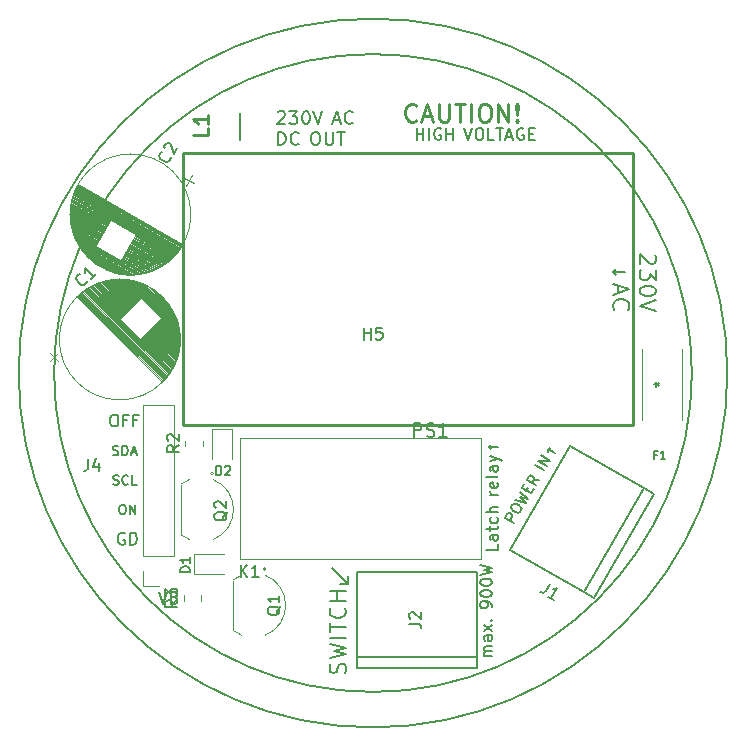
<source format=gto>
%TF.GenerationSoftware,KiCad,Pcbnew,(7.0.0)*%
%TF.CreationDate,2023-03-27T21:21:58+02:00*%
%TF.ProjectId,220AC-mini-C3-board,32323041-432d-46d6-996e-692d43332d62,rev?*%
%TF.SameCoordinates,Original*%
%TF.FileFunction,Legend,Top*%
%TF.FilePolarity,Positive*%
%FSLAX46Y46*%
G04 Gerber Fmt 4.6, Leading zero omitted, Abs format (unit mm)*
G04 Created by KiCad (PCBNEW (7.0.0)) date 2023-03-27 21:21:58*
%MOMM*%
%LPD*%
G01*
G04 APERTURE LIST*
%ADD10C,0.150000*%
%ADD11C,0.140000*%
%ADD12C,0.250000*%
%ADD13C,0.130000*%
%ADD14C,0.254000*%
%ADD15C,0.152000*%
%ADD16C,0.120000*%
%ADD17C,0.127000*%
%ADD18C,0.200000*%
G04 APERTURE END LIST*
D10*
X166539200Y-85342100D02*
G75*
G03*
X166539200Y-85342100I-30000000J0D01*
G01*
X163539200Y-85342100D02*
G75*
G03*
X163539200Y-85342100I-27000000J0D01*
G01*
X134197666Y-110750000D02*
X134264333Y-110550000D01*
X134264333Y-110550000D02*
X134264333Y-110216667D01*
X134264333Y-110216667D02*
X134197666Y-110083333D01*
X134197666Y-110083333D02*
X134131000Y-110016667D01*
X134131000Y-110016667D02*
X133997666Y-109950000D01*
X133997666Y-109950000D02*
X133864333Y-109950000D01*
X133864333Y-109950000D02*
X133731000Y-110016667D01*
X133731000Y-110016667D02*
X133664333Y-110083333D01*
X133664333Y-110083333D02*
X133597666Y-110216667D01*
X133597666Y-110216667D02*
X133531000Y-110483333D01*
X133531000Y-110483333D02*
X133464333Y-110616667D01*
X133464333Y-110616667D02*
X133397666Y-110683333D01*
X133397666Y-110683333D02*
X133264333Y-110750000D01*
X133264333Y-110750000D02*
X133131000Y-110750000D01*
X133131000Y-110750000D02*
X132997666Y-110683333D01*
X132997666Y-110683333D02*
X132931000Y-110616667D01*
X132931000Y-110616667D02*
X132864333Y-110483333D01*
X132864333Y-110483333D02*
X132864333Y-110150000D01*
X132864333Y-110150000D02*
X132931000Y-109950000D01*
X132864333Y-109483334D02*
X134264333Y-109150000D01*
X134264333Y-109150000D02*
X133264333Y-108883334D01*
X133264333Y-108883334D02*
X134264333Y-108616667D01*
X134264333Y-108616667D02*
X132864333Y-108283334D01*
X134264333Y-107750000D02*
X132864333Y-107750000D01*
X132864333Y-107283333D02*
X132864333Y-106483333D01*
X134264333Y-106883333D02*
X132864333Y-106883333D01*
X134131000Y-105216666D02*
X134197666Y-105283333D01*
X134197666Y-105283333D02*
X134264333Y-105483333D01*
X134264333Y-105483333D02*
X134264333Y-105616666D01*
X134264333Y-105616666D02*
X134197666Y-105816666D01*
X134197666Y-105816666D02*
X134064333Y-105950000D01*
X134064333Y-105950000D02*
X133931000Y-106016666D01*
X133931000Y-106016666D02*
X133664333Y-106083333D01*
X133664333Y-106083333D02*
X133464333Y-106083333D01*
X133464333Y-106083333D02*
X133197666Y-106016666D01*
X133197666Y-106016666D02*
X133064333Y-105950000D01*
X133064333Y-105950000D02*
X132931000Y-105816666D01*
X132931000Y-105816666D02*
X132864333Y-105616666D01*
X132864333Y-105616666D02*
X132864333Y-105483333D01*
X132864333Y-105483333D02*
X132931000Y-105283333D01*
X132931000Y-105283333D02*
X132997666Y-105216666D01*
X134264333Y-104616666D02*
X132864333Y-104616666D01*
X133531000Y-104616666D02*
X133531000Y-103816666D01*
X134264333Y-103816666D02*
X132864333Y-103816666D01*
X148490630Y-98025589D02*
X147711208Y-97575589D01*
X147711208Y-97575589D02*
X147882636Y-97278666D01*
X147882636Y-97278666D02*
X147962609Y-97225864D01*
X147962609Y-97225864D02*
X148021153Y-97210177D01*
X148021153Y-97210177D02*
X148116812Y-97215919D01*
X148116812Y-97215919D02*
X148228158Y-97280205D01*
X148228158Y-97280205D02*
X148280960Y-97360177D01*
X148280960Y-97360177D02*
X148296647Y-97418721D01*
X148296647Y-97418721D02*
X148290905Y-97514380D01*
X148290905Y-97514380D02*
X148119477Y-97811303D01*
X148246922Y-96647705D02*
X148332636Y-96499243D01*
X148332636Y-96499243D02*
X148412609Y-96446441D01*
X148412609Y-96446441D02*
X148529697Y-96415067D01*
X148529697Y-96415067D02*
X148699587Y-96463666D01*
X148699587Y-96463666D02*
X148959394Y-96613666D01*
X148959394Y-96613666D02*
X149086427Y-96736496D01*
X149086427Y-96736496D02*
X149117801Y-96853584D01*
X149117801Y-96853584D02*
X149112059Y-96949243D01*
X149112059Y-96949243D02*
X149026345Y-97097705D01*
X149026345Y-97097705D02*
X148946372Y-97150507D01*
X148946372Y-97150507D02*
X148829284Y-97181880D01*
X148829284Y-97181880D02*
X148659394Y-97133282D01*
X148659394Y-97133282D02*
X148399587Y-96983282D01*
X148399587Y-96983282D02*
X148272554Y-96860452D01*
X148272554Y-96860452D02*
X148241180Y-96743364D01*
X148241180Y-96743364D02*
X148246922Y-96647705D01*
X148589779Y-96053859D02*
X149476345Y-96318282D01*
X149476345Y-96318282D02*
X149005328Y-95848392D01*
X149005328Y-95848392D02*
X149647773Y-96021359D01*
X149647773Y-96021359D02*
X148975493Y-95385782D01*
X149518075Y-95303145D02*
X149668075Y-95043338D01*
X150140630Y-95167706D02*
X149926344Y-95538859D01*
X149926344Y-95538859D02*
X149146922Y-95088859D01*
X149146922Y-95088859D02*
X149361207Y-94717706D01*
X150590630Y-94388283D02*
X150069477Y-94433805D01*
X150333487Y-94833667D02*
X149554065Y-94383667D01*
X149554065Y-94383667D02*
X149725493Y-94086744D01*
X149725493Y-94086744D02*
X149805466Y-94033942D01*
X149805466Y-94033942D02*
X149864010Y-94018255D01*
X149864010Y-94018255D02*
X149959669Y-94023997D01*
X149959669Y-94023997D02*
X150071015Y-94088283D01*
X150071015Y-94088283D02*
X150123817Y-94168255D01*
X150123817Y-94168255D02*
X150139504Y-94226799D01*
X150139504Y-94226799D02*
X150133762Y-94322458D01*
X150133762Y-94322458D02*
X149962334Y-94619381D01*
X151053487Y-93586591D02*
X150274065Y-93136591D01*
X151267773Y-93215437D02*
X150488350Y-92765437D01*
X150488350Y-92765437D02*
X151524916Y-92770053D01*
X151524916Y-92770053D02*
X150745493Y-92320053D01*
X151910630Y-92101976D02*
X151316784Y-91759119D01*
X151379531Y-91993295D02*
X151316784Y-91759119D01*
X151316784Y-91759119D02*
X151550960Y-91696372D01*
D11*
X147117380Y-99811905D02*
X147117380Y-100288095D01*
X147117380Y-100288095D02*
X146117380Y-100288095D01*
X147117380Y-99050000D02*
X146593571Y-99050000D01*
X146593571Y-99050000D02*
X146498333Y-99097619D01*
X146498333Y-99097619D02*
X146450714Y-99192857D01*
X146450714Y-99192857D02*
X146450714Y-99383333D01*
X146450714Y-99383333D02*
X146498333Y-99478571D01*
X147069761Y-99050000D02*
X147117380Y-99145238D01*
X147117380Y-99145238D02*
X147117380Y-99383333D01*
X147117380Y-99383333D02*
X147069761Y-99478571D01*
X147069761Y-99478571D02*
X146974523Y-99526190D01*
X146974523Y-99526190D02*
X146879285Y-99526190D01*
X146879285Y-99526190D02*
X146784047Y-99478571D01*
X146784047Y-99478571D02*
X146736428Y-99383333D01*
X146736428Y-99383333D02*
X146736428Y-99145238D01*
X146736428Y-99145238D02*
X146688809Y-99050000D01*
X146450714Y-98716666D02*
X146450714Y-98335714D01*
X146117380Y-98573809D02*
X146974523Y-98573809D01*
X146974523Y-98573809D02*
X147069761Y-98526190D01*
X147069761Y-98526190D02*
X147117380Y-98430952D01*
X147117380Y-98430952D02*
X147117380Y-98335714D01*
X147069761Y-97573809D02*
X147117380Y-97669047D01*
X147117380Y-97669047D02*
X147117380Y-97859523D01*
X147117380Y-97859523D02*
X147069761Y-97954761D01*
X147069761Y-97954761D02*
X147022142Y-98002380D01*
X147022142Y-98002380D02*
X146926904Y-98049999D01*
X146926904Y-98049999D02*
X146641190Y-98049999D01*
X146641190Y-98049999D02*
X146545952Y-98002380D01*
X146545952Y-98002380D02*
X146498333Y-97954761D01*
X146498333Y-97954761D02*
X146450714Y-97859523D01*
X146450714Y-97859523D02*
X146450714Y-97669047D01*
X146450714Y-97669047D02*
X146498333Y-97573809D01*
X147117380Y-97145237D02*
X146117380Y-97145237D01*
X147117380Y-96716666D02*
X146593571Y-96716666D01*
X146593571Y-96716666D02*
X146498333Y-96764285D01*
X146498333Y-96764285D02*
X146450714Y-96859523D01*
X146450714Y-96859523D02*
X146450714Y-97002380D01*
X146450714Y-97002380D02*
X146498333Y-97097618D01*
X146498333Y-97097618D02*
X146545952Y-97145237D01*
X147117380Y-95640475D02*
X146450714Y-95640475D01*
X146641190Y-95640475D02*
X146545952Y-95592856D01*
X146545952Y-95592856D02*
X146498333Y-95545237D01*
X146498333Y-95545237D02*
X146450714Y-95449999D01*
X146450714Y-95449999D02*
X146450714Y-95354761D01*
X147069761Y-94640475D02*
X147117380Y-94735713D01*
X147117380Y-94735713D02*
X147117380Y-94926189D01*
X147117380Y-94926189D02*
X147069761Y-95021427D01*
X147069761Y-95021427D02*
X146974523Y-95069046D01*
X146974523Y-95069046D02*
X146593571Y-95069046D01*
X146593571Y-95069046D02*
X146498333Y-95021427D01*
X146498333Y-95021427D02*
X146450714Y-94926189D01*
X146450714Y-94926189D02*
X146450714Y-94735713D01*
X146450714Y-94735713D02*
X146498333Y-94640475D01*
X146498333Y-94640475D02*
X146593571Y-94592856D01*
X146593571Y-94592856D02*
X146688809Y-94592856D01*
X146688809Y-94592856D02*
X146784047Y-95069046D01*
X147117380Y-94021427D02*
X147069761Y-94116665D01*
X147069761Y-94116665D02*
X146974523Y-94164284D01*
X146974523Y-94164284D02*
X146117380Y-94164284D01*
X147117380Y-93211903D02*
X146593571Y-93211903D01*
X146593571Y-93211903D02*
X146498333Y-93259522D01*
X146498333Y-93259522D02*
X146450714Y-93354760D01*
X146450714Y-93354760D02*
X146450714Y-93545236D01*
X146450714Y-93545236D02*
X146498333Y-93640474D01*
X147069761Y-93211903D02*
X147117380Y-93307141D01*
X147117380Y-93307141D02*
X147117380Y-93545236D01*
X147117380Y-93545236D02*
X147069761Y-93640474D01*
X147069761Y-93640474D02*
X146974523Y-93688093D01*
X146974523Y-93688093D02*
X146879285Y-93688093D01*
X146879285Y-93688093D02*
X146784047Y-93640474D01*
X146784047Y-93640474D02*
X146736428Y-93545236D01*
X146736428Y-93545236D02*
X146736428Y-93307141D01*
X146736428Y-93307141D02*
X146688809Y-93211903D01*
X146450714Y-92830950D02*
X147117380Y-92592855D01*
X146450714Y-92354760D02*
X147117380Y-92592855D01*
X147117380Y-92592855D02*
X147355476Y-92688093D01*
X147355476Y-92688093D02*
X147403095Y-92735712D01*
X147403095Y-92735712D02*
X147450714Y-92830950D01*
X147117380Y-91592855D02*
X146355476Y-91592855D01*
X146545952Y-91783331D02*
X146355476Y-91592855D01*
X146355476Y-91592855D02*
X146545952Y-91402379D01*
D10*
X115254762Y-96493904D02*
X115407143Y-96493904D01*
X115407143Y-96493904D02*
X115483333Y-96532000D01*
X115483333Y-96532000D02*
X115559524Y-96608190D01*
X115559524Y-96608190D02*
X115597619Y-96760571D01*
X115597619Y-96760571D02*
X115597619Y-97027238D01*
X115597619Y-97027238D02*
X115559524Y-97179619D01*
X115559524Y-97179619D02*
X115483333Y-97255809D01*
X115483333Y-97255809D02*
X115407143Y-97293904D01*
X115407143Y-97293904D02*
X115254762Y-97293904D01*
X115254762Y-97293904D02*
X115178571Y-97255809D01*
X115178571Y-97255809D02*
X115102381Y-97179619D01*
X115102381Y-97179619D02*
X115064285Y-97027238D01*
X115064285Y-97027238D02*
X115064285Y-96760571D01*
X115064285Y-96760571D02*
X115102381Y-96608190D01*
X115102381Y-96608190D02*
X115178571Y-96532000D01*
X115178571Y-96532000D02*
X115254762Y-96493904D01*
X115940476Y-97293904D02*
X115940476Y-96493904D01*
X115940476Y-96493904D02*
X116397619Y-97293904D01*
X116397619Y-97293904D02*
X116397619Y-96493904D01*
X118416667Y-103867380D02*
X118750000Y-104867380D01*
X118750000Y-104867380D02*
X119083333Y-103867380D01*
X119750000Y-104343571D02*
X119892857Y-104391190D01*
X119892857Y-104391190D02*
X119940476Y-104438809D01*
X119940476Y-104438809D02*
X119988095Y-104534047D01*
X119988095Y-104534047D02*
X119988095Y-104676904D01*
X119988095Y-104676904D02*
X119940476Y-104772142D01*
X119940476Y-104772142D02*
X119892857Y-104819761D01*
X119892857Y-104819761D02*
X119797619Y-104867380D01*
X119797619Y-104867380D02*
X119416667Y-104867380D01*
X119416667Y-104867380D02*
X119416667Y-103867380D01*
X119416667Y-103867380D02*
X119750000Y-103867380D01*
X119750000Y-103867380D02*
X119845238Y-103915000D01*
X119845238Y-103915000D02*
X119892857Y-103962619D01*
X119892857Y-103962619D02*
X119940476Y-104057857D01*
X119940476Y-104057857D02*
X119940476Y-104153095D01*
X119940476Y-104153095D02*
X119892857Y-104248333D01*
X119892857Y-104248333D02*
X119845238Y-104295952D01*
X119845238Y-104295952D02*
X119750000Y-104343571D01*
X119750000Y-104343571D02*
X119416667Y-104343571D01*
D11*
X128459523Y-63267880D02*
X128511904Y-63215500D01*
X128511904Y-63215500D02*
X128616666Y-63163119D01*
X128616666Y-63163119D02*
X128878571Y-63163119D01*
X128878571Y-63163119D02*
X128983333Y-63215500D01*
X128983333Y-63215500D02*
X129035714Y-63267880D01*
X129035714Y-63267880D02*
X129088095Y-63372642D01*
X129088095Y-63372642D02*
X129088095Y-63477404D01*
X129088095Y-63477404D02*
X129035714Y-63634547D01*
X129035714Y-63634547D02*
X128407142Y-64263119D01*
X128407142Y-64263119D02*
X129088095Y-64263119D01*
X129454761Y-63163119D02*
X130135714Y-63163119D01*
X130135714Y-63163119D02*
X129769047Y-63582166D01*
X129769047Y-63582166D02*
X129926190Y-63582166D01*
X129926190Y-63582166D02*
X130030952Y-63634547D01*
X130030952Y-63634547D02*
X130083333Y-63686928D01*
X130083333Y-63686928D02*
X130135714Y-63791690D01*
X130135714Y-63791690D02*
X130135714Y-64053595D01*
X130135714Y-64053595D02*
X130083333Y-64158357D01*
X130083333Y-64158357D02*
X130030952Y-64210738D01*
X130030952Y-64210738D02*
X129926190Y-64263119D01*
X129926190Y-64263119D02*
X129611904Y-64263119D01*
X129611904Y-64263119D02*
X129507142Y-64210738D01*
X129507142Y-64210738D02*
X129454761Y-64158357D01*
X130816666Y-63163119D02*
X130921428Y-63163119D01*
X130921428Y-63163119D02*
X131026190Y-63215500D01*
X131026190Y-63215500D02*
X131078571Y-63267880D01*
X131078571Y-63267880D02*
X131130952Y-63372642D01*
X131130952Y-63372642D02*
X131183333Y-63582166D01*
X131183333Y-63582166D02*
X131183333Y-63844071D01*
X131183333Y-63844071D02*
X131130952Y-64053595D01*
X131130952Y-64053595D02*
X131078571Y-64158357D01*
X131078571Y-64158357D02*
X131026190Y-64210738D01*
X131026190Y-64210738D02*
X130921428Y-64263119D01*
X130921428Y-64263119D02*
X130816666Y-64263119D01*
X130816666Y-64263119D02*
X130711904Y-64210738D01*
X130711904Y-64210738D02*
X130659523Y-64158357D01*
X130659523Y-64158357D02*
X130607142Y-64053595D01*
X130607142Y-64053595D02*
X130554761Y-63844071D01*
X130554761Y-63844071D02*
X130554761Y-63582166D01*
X130554761Y-63582166D02*
X130607142Y-63372642D01*
X130607142Y-63372642D02*
X130659523Y-63267880D01*
X130659523Y-63267880D02*
X130711904Y-63215500D01*
X130711904Y-63215500D02*
X130816666Y-63163119D01*
X131497618Y-63163119D02*
X131864285Y-64263119D01*
X131864285Y-64263119D02*
X132230952Y-63163119D01*
X133205237Y-63948833D02*
X133729047Y-63948833D01*
X133100475Y-64263119D02*
X133467142Y-63163119D01*
X133467142Y-63163119D02*
X133833809Y-64263119D01*
X134829047Y-64158357D02*
X134776666Y-64210738D01*
X134776666Y-64210738D02*
X134619523Y-64263119D01*
X134619523Y-64263119D02*
X134514761Y-64263119D01*
X134514761Y-64263119D02*
X134357618Y-64210738D01*
X134357618Y-64210738D02*
X134252856Y-64105976D01*
X134252856Y-64105976D02*
X134200475Y-64001214D01*
X134200475Y-64001214D02*
X134148094Y-63791690D01*
X134148094Y-63791690D02*
X134148094Y-63634547D01*
X134148094Y-63634547D02*
X134200475Y-63425023D01*
X134200475Y-63425023D02*
X134252856Y-63320261D01*
X134252856Y-63320261D02*
X134357618Y-63215500D01*
X134357618Y-63215500D02*
X134514761Y-63163119D01*
X134514761Y-63163119D02*
X134619523Y-63163119D01*
X134619523Y-63163119D02*
X134776666Y-63215500D01*
X134776666Y-63215500D02*
X134829047Y-63267880D01*
X128511904Y-66045119D02*
X128511904Y-64945119D01*
X128511904Y-64945119D02*
X128773809Y-64945119D01*
X128773809Y-64945119D02*
X128930952Y-64997500D01*
X128930952Y-64997500D02*
X129035714Y-65102261D01*
X129035714Y-65102261D02*
X129088095Y-65207023D01*
X129088095Y-65207023D02*
X129140476Y-65416547D01*
X129140476Y-65416547D02*
X129140476Y-65573690D01*
X129140476Y-65573690D02*
X129088095Y-65783214D01*
X129088095Y-65783214D02*
X129035714Y-65887976D01*
X129035714Y-65887976D02*
X128930952Y-65992738D01*
X128930952Y-65992738D02*
X128773809Y-66045119D01*
X128773809Y-66045119D02*
X128511904Y-66045119D01*
X130240476Y-65940357D02*
X130188095Y-65992738D01*
X130188095Y-65992738D02*
X130030952Y-66045119D01*
X130030952Y-66045119D02*
X129926190Y-66045119D01*
X129926190Y-66045119D02*
X129769047Y-65992738D01*
X129769047Y-65992738D02*
X129664285Y-65887976D01*
X129664285Y-65887976D02*
X129611904Y-65783214D01*
X129611904Y-65783214D02*
X129559523Y-65573690D01*
X129559523Y-65573690D02*
X129559523Y-65416547D01*
X129559523Y-65416547D02*
X129611904Y-65207023D01*
X129611904Y-65207023D02*
X129664285Y-65102261D01*
X129664285Y-65102261D02*
X129769047Y-64997500D01*
X129769047Y-64997500D02*
X129926190Y-64945119D01*
X129926190Y-64945119D02*
X130030952Y-64945119D01*
X130030952Y-64945119D02*
X130188095Y-64997500D01*
X130188095Y-64997500D02*
X130240476Y-65049880D01*
X131581428Y-64945119D02*
X131790952Y-64945119D01*
X131790952Y-64945119D02*
X131895714Y-64997500D01*
X131895714Y-64997500D02*
X132000476Y-65102261D01*
X132000476Y-65102261D02*
X132052857Y-65311785D01*
X132052857Y-65311785D02*
X132052857Y-65678452D01*
X132052857Y-65678452D02*
X132000476Y-65887976D01*
X132000476Y-65887976D02*
X131895714Y-65992738D01*
X131895714Y-65992738D02*
X131790952Y-66045119D01*
X131790952Y-66045119D02*
X131581428Y-66045119D01*
X131581428Y-66045119D02*
X131476666Y-65992738D01*
X131476666Y-65992738D02*
X131371904Y-65887976D01*
X131371904Y-65887976D02*
X131319523Y-65678452D01*
X131319523Y-65678452D02*
X131319523Y-65311785D01*
X131319523Y-65311785D02*
X131371904Y-65102261D01*
X131371904Y-65102261D02*
X131476666Y-64997500D01*
X131476666Y-64997500D02*
X131581428Y-64945119D01*
X132524285Y-64945119D02*
X132524285Y-65835595D01*
X132524285Y-65835595D02*
X132576666Y-65940357D01*
X132576666Y-65940357D02*
X132629047Y-65992738D01*
X132629047Y-65992738D02*
X132733809Y-66045119D01*
X132733809Y-66045119D02*
X132943333Y-66045119D01*
X132943333Y-66045119D02*
X133048095Y-65992738D01*
X133048095Y-65992738D02*
X133100476Y-65940357D01*
X133100476Y-65940357D02*
X133152857Y-65835595D01*
X133152857Y-65835595D02*
X133152857Y-64945119D01*
X133519523Y-64945119D02*
X134148095Y-64945119D01*
X133833809Y-66045119D02*
X133833809Y-64945119D01*
D10*
X140238095Y-65617380D02*
X140238095Y-64617380D01*
X140238095Y-65093571D02*
X140809523Y-65093571D01*
X140809523Y-65617380D02*
X140809523Y-64617380D01*
X141285714Y-65617380D02*
X141285714Y-64617380D01*
X142285713Y-64665000D02*
X142190475Y-64617380D01*
X142190475Y-64617380D02*
X142047618Y-64617380D01*
X142047618Y-64617380D02*
X141904761Y-64665000D01*
X141904761Y-64665000D02*
X141809523Y-64760238D01*
X141809523Y-64760238D02*
X141761904Y-64855476D01*
X141761904Y-64855476D02*
X141714285Y-65045952D01*
X141714285Y-65045952D02*
X141714285Y-65188809D01*
X141714285Y-65188809D02*
X141761904Y-65379285D01*
X141761904Y-65379285D02*
X141809523Y-65474523D01*
X141809523Y-65474523D02*
X141904761Y-65569761D01*
X141904761Y-65569761D02*
X142047618Y-65617380D01*
X142047618Y-65617380D02*
X142142856Y-65617380D01*
X142142856Y-65617380D02*
X142285713Y-65569761D01*
X142285713Y-65569761D02*
X142333332Y-65522142D01*
X142333332Y-65522142D02*
X142333332Y-65188809D01*
X142333332Y-65188809D02*
X142142856Y-65188809D01*
X142761904Y-65617380D02*
X142761904Y-64617380D01*
X142761904Y-65093571D02*
X143333332Y-65093571D01*
X143333332Y-65617380D02*
X143333332Y-64617380D01*
X144266666Y-64617380D02*
X144599999Y-65617380D01*
X144599999Y-65617380D02*
X144933332Y-64617380D01*
X145457142Y-64617380D02*
X145647618Y-64617380D01*
X145647618Y-64617380D02*
X145742856Y-64665000D01*
X145742856Y-64665000D02*
X145838094Y-64760238D01*
X145838094Y-64760238D02*
X145885713Y-64950714D01*
X145885713Y-64950714D02*
X145885713Y-65284047D01*
X145885713Y-65284047D02*
X145838094Y-65474523D01*
X145838094Y-65474523D02*
X145742856Y-65569761D01*
X145742856Y-65569761D02*
X145647618Y-65617380D01*
X145647618Y-65617380D02*
X145457142Y-65617380D01*
X145457142Y-65617380D02*
X145361904Y-65569761D01*
X145361904Y-65569761D02*
X145266666Y-65474523D01*
X145266666Y-65474523D02*
X145219047Y-65284047D01*
X145219047Y-65284047D02*
X145219047Y-64950714D01*
X145219047Y-64950714D02*
X145266666Y-64760238D01*
X145266666Y-64760238D02*
X145361904Y-64665000D01*
X145361904Y-64665000D02*
X145457142Y-64617380D01*
X146790475Y-65617380D02*
X146314285Y-65617380D01*
X146314285Y-65617380D02*
X146314285Y-64617380D01*
X146980952Y-64617380D02*
X147552380Y-64617380D01*
X147266666Y-65617380D02*
X147266666Y-64617380D01*
X147838095Y-65331666D02*
X148314285Y-65331666D01*
X147742857Y-65617380D02*
X148076190Y-64617380D01*
X148076190Y-64617380D02*
X148409523Y-65617380D01*
X149266666Y-64665000D02*
X149171428Y-64617380D01*
X149171428Y-64617380D02*
X149028571Y-64617380D01*
X149028571Y-64617380D02*
X148885714Y-64665000D01*
X148885714Y-64665000D02*
X148790476Y-64760238D01*
X148790476Y-64760238D02*
X148742857Y-64855476D01*
X148742857Y-64855476D02*
X148695238Y-65045952D01*
X148695238Y-65045952D02*
X148695238Y-65188809D01*
X148695238Y-65188809D02*
X148742857Y-65379285D01*
X148742857Y-65379285D02*
X148790476Y-65474523D01*
X148790476Y-65474523D02*
X148885714Y-65569761D01*
X148885714Y-65569761D02*
X149028571Y-65617380D01*
X149028571Y-65617380D02*
X149123809Y-65617380D01*
X149123809Y-65617380D02*
X149266666Y-65569761D01*
X149266666Y-65569761D02*
X149314285Y-65522142D01*
X149314285Y-65522142D02*
X149314285Y-65188809D01*
X149314285Y-65188809D02*
X149123809Y-65188809D01*
X149742857Y-65093571D02*
X150076190Y-65093571D01*
X150219047Y-65617380D02*
X149742857Y-65617380D01*
X149742857Y-65617380D02*
X149742857Y-64617380D01*
X149742857Y-64617380D02*
X150219047Y-64617380D01*
X160386333Y-75316667D02*
X160453000Y-75383334D01*
X160453000Y-75383334D02*
X160519666Y-75516667D01*
X160519666Y-75516667D02*
X160519666Y-75850001D01*
X160519666Y-75850001D02*
X160453000Y-75983334D01*
X160453000Y-75983334D02*
X160386333Y-76050001D01*
X160386333Y-76050001D02*
X160253000Y-76116667D01*
X160253000Y-76116667D02*
X160119666Y-76116667D01*
X160119666Y-76116667D02*
X159919666Y-76050001D01*
X159919666Y-76050001D02*
X159119666Y-75250001D01*
X159119666Y-75250001D02*
X159119666Y-76116667D01*
X160519666Y-76583334D02*
X160519666Y-77450000D01*
X160519666Y-77450000D02*
X159986333Y-76983334D01*
X159986333Y-76983334D02*
X159986333Y-77183334D01*
X159986333Y-77183334D02*
X159919666Y-77316667D01*
X159919666Y-77316667D02*
X159853000Y-77383334D01*
X159853000Y-77383334D02*
X159719666Y-77450000D01*
X159719666Y-77450000D02*
X159386333Y-77450000D01*
X159386333Y-77450000D02*
X159253000Y-77383334D01*
X159253000Y-77383334D02*
X159186333Y-77316667D01*
X159186333Y-77316667D02*
X159119666Y-77183334D01*
X159119666Y-77183334D02*
X159119666Y-76783334D01*
X159119666Y-76783334D02*
X159186333Y-76650000D01*
X159186333Y-76650000D02*
X159253000Y-76583334D01*
X160519666Y-78316667D02*
X160519666Y-78450000D01*
X160519666Y-78450000D02*
X160453000Y-78583333D01*
X160453000Y-78583333D02*
X160386333Y-78650000D01*
X160386333Y-78650000D02*
X160253000Y-78716667D01*
X160253000Y-78716667D02*
X159986333Y-78783333D01*
X159986333Y-78783333D02*
X159653000Y-78783333D01*
X159653000Y-78783333D02*
X159386333Y-78716667D01*
X159386333Y-78716667D02*
X159253000Y-78650000D01*
X159253000Y-78650000D02*
X159186333Y-78583333D01*
X159186333Y-78583333D02*
X159119666Y-78450000D01*
X159119666Y-78450000D02*
X159119666Y-78316667D01*
X159119666Y-78316667D02*
X159186333Y-78183333D01*
X159186333Y-78183333D02*
X159253000Y-78116667D01*
X159253000Y-78116667D02*
X159386333Y-78050000D01*
X159386333Y-78050000D02*
X159653000Y-77983333D01*
X159653000Y-77983333D02*
X159986333Y-77983333D01*
X159986333Y-77983333D02*
X160253000Y-78050000D01*
X160253000Y-78050000D02*
X160386333Y-78116667D01*
X160386333Y-78116667D02*
X160453000Y-78183333D01*
X160453000Y-78183333D02*
X160519666Y-78316667D01*
X160519666Y-79183333D02*
X159119666Y-79650000D01*
X159119666Y-79650000D02*
X160519666Y-80116666D01*
X157918333Y-76783333D02*
X156851666Y-76783333D01*
X157118333Y-77050000D02*
X156851666Y-76783333D01*
X156851666Y-76783333D02*
X157118333Y-76516667D01*
X157251666Y-77916666D02*
X157251666Y-78583333D01*
X156851666Y-77783333D02*
X158251666Y-78250000D01*
X158251666Y-78250000D02*
X156851666Y-78716666D01*
X156985000Y-79983333D02*
X156918333Y-79916666D01*
X156918333Y-79916666D02*
X156851666Y-79716666D01*
X156851666Y-79716666D02*
X156851666Y-79583333D01*
X156851666Y-79583333D02*
X156918333Y-79383333D01*
X156918333Y-79383333D02*
X157051666Y-79250000D01*
X157051666Y-79250000D02*
X157185000Y-79183333D01*
X157185000Y-79183333D02*
X157451666Y-79116666D01*
X157451666Y-79116666D02*
X157651666Y-79116666D01*
X157651666Y-79116666D02*
X157918333Y-79183333D01*
X157918333Y-79183333D02*
X158051666Y-79250000D01*
X158051666Y-79250000D02*
X158185000Y-79383333D01*
X158185000Y-79383333D02*
X158251666Y-79583333D01*
X158251666Y-79583333D02*
X158251666Y-79716666D01*
X158251666Y-79716666D02*
X158185000Y-79916666D01*
X158185000Y-79916666D02*
X158118333Y-79983333D01*
D12*
X140214285Y-63908214D02*
X140142857Y-63979642D01*
X140142857Y-63979642D02*
X139928571Y-64051071D01*
X139928571Y-64051071D02*
X139785714Y-64051071D01*
X139785714Y-64051071D02*
X139571428Y-63979642D01*
X139571428Y-63979642D02*
X139428571Y-63836785D01*
X139428571Y-63836785D02*
X139357142Y-63693928D01*
X139357142Y-63693928D02*
X139285714Y-63408214D01*
X139285714Y-63408214D02*
X139285714Y-63193928D01*
X139285714Y-63193928D02*
X139357142Y-62908214D01*
X139357142Y-62908214D02*
X139428571Y-62765357D01*
X139428571Y-62765357D02*
X139571428Y-62622500D01*
X139571428Y-62622500D02*
X139785714Y-62551071D01*
X139785714Y-62551071D02*
X139928571Y-62551071D01*
X139928571Y-62551071D02*
X140142857Y-62622500D01*
X140142857Y-62622500D02*
X140214285Y-62693928D01*
X140785714Y-63622500D02*
X141500000Y-63622500D01*
X140642857Y-64051071D02*
X141142857Y-62551071D01*
X141142857Y-62551071D02*
X141642857Y-64051071D01*
X142142856Y-62551071D02*
X142142856Y-63765357D01*
X142142856Y-63765357D02*
X142214285Y-63908214D01*
X142214285Y-63908214D02*
X142285714Y-63979642D01*
X142285714Y-63979642D02*
X142428571Y-64051071D01*
X142428571Y-64051071D02*
X142714285Y-64051071D01*
X142714285Y-64051071D02*
X142857142Y-63979642D01*
X142857142Y-63979642D02*
X142928571Y-63908214D01*
X142928571Y-63908214D02*
X142999999Y-63765357D01*
X142999999Y-63765357D02*
X142999999Y-62551071D01*
X143500000Y-62551071D02*
X144357143Y-62551071D01*
X143928571Y-64051071D02*
X143928571Y-62551071D01*
X144857142Y-64051071D02*
X144857142Y-62551071D01*
X145857143Y-62551071D02*
X146142857Y-62551071D01*
X146142857Y-62551071D02*
X146285714Y-62622500D01*
X146285714Y-62622500D02*
X146428571Y-62765357D01*
X146428571Y-62765357D02*
X146500000Y-63051071D01*
X146500000Y-63051071D02*
X146500000Y-63551071D01*
X146500000Y-63551071D02*
X146428571Y-63836785D01*
X146428571Y-63836785D02*
X146285714Y-63979642D01*
X146285714Y-63979642D02*
X146142857Y-64051071D01*
X146142857Y-64051071D02*
X145857143Y-64051071D01*
X145857143Y-64051071D02*
X145714286Y-63979642D01*
X145714286Y-63979642D02*
X145571428Y-63836785D01*
X145571428Y-63836785D02*
X145500000Y-63551071D01*
X145500000Y-63551071D02*
X145500000Y-63051071D01*
X145500000Y-63051071D02*
X145571428Y-62765357D01*
X145571428Y-62765357D02*
X145714286Y-62622500D01*
X145714286Y-62622500D02*
X145857143Y-62551071D01*
X147142857Y-64051071D02*
X147142857Y-62551071D01*
X147142857Y-62551071D02*
X148000000Y-64051071D01*
X148000000Y-64051071D02*
X148000000Y-62551071D01*
X148714286Y-63908214D02*
X148785715Y-63979642D01*
X148785715Y-63979642D02*
X148714286Y-64051071D01*
X148714286Y-64051071D02*
X148642858Y-63979642D01*
X148642858Y-63979642D02*
X148714286Y-63908214D01*
X148714286Y-63908214D02*
X148714286Y-64051071D01*
X148714286Y-63479642D02*
X148642858Y-62622500D01*
X148642858Y-62622500D02*
X148714286Y-62551071D01*
X148714286Y-62551071D02*
X148785715Y-62622500D01*
X148785715Y-62622500D02*
X148714286Y-63479642D01*
X148714286Y-63479642D02*
X148714286Y-62551071D01*
D10*
X114547618Y-94755809D02*
X114661904Y-94793904D01*
X114661904Y-94793904D02*
X114852380Y-94793904D01*
X114852380Y-94793904D02*
X114928571Y-94755809D01*
X114928571Y-94755809D02*
X114966666Y-94717714D01*
X114966666Y-94717714D02*
X115004761Y-94641523D01*
X115004761Y-94641523D02*
X115004761Y-94565333D01*
X115004761Y-94565333D02*
X114966666Y-94489142D01*
X114966666Y-94489142D02*
X114928571Y-94451047D01*
X114928571Y-94451047D02*
X114852380Y-94412952D01*
X114852380Y-94412952D02*
X114699999Y-94374857D01*
X114699999Y-94374857D02*
X114623809Y-94336761D01*
X114623809Y-94336761D02*
X114585714Y-94298666D01*
X114585714Y-94298666D02*
X114547618Y-94222476D01*
X114547618Y-94222476D02*
X114547618Y-94146285D01*
X114547618Y-94146285D02*
X114585714Y-94070095D01*
X114585714Y-94070095D02*
X114623809Y-94032000D01*
X114623809Y-94032000D02*
X114699999Y-93993904D01*
X114699999Y-93993904D02*
X114890476Y-93993904D01*
X114890476Y-93993904D02*
X115004761Y-94032000D01*
X115804762Y-94717714D02*
X115766666Y-94755809D01*
X115766666Y-94755809D02*
X115652381Y-94793904D01*
X115652381Y-94793904D02*
X115576190Y-94793904D01*
X115576190Y-94793904D02*
X115461904Y-94755809D01*
X115461904Y-94755809D02*
X115385714Y-94679619D01*
X115385714Y-94679619D02*
X115347619Y-94603428D01*
X115347619Y-94603428D02*
X115309523Y-94451047D01*
X115309523Y-94451047D02*
X115309523Y-94336761D01*
X115309523Y-94336761D02*
X115347619Y-94184380D01*
X115347619Y-94184380D02*
X115385714Y-94108190D01*
X115385714Y-94108190D02*
X115461904Y-94032000D01*
X115461904Y-94032000D02*
X115576190Y-93993904D01*
X115576190Y-93993904D02*
X115652381Y-93993904D01*
X115652381Y-93993904D02*
X115766666Y-94032000D01*
X115766666Y-94032000D02*
X115804762Y-94070095D01*
X116528571Y-94793904D02*
X116147619Y-94793904D01*
X116147619Y-94793904D02*
X116147619Y-93993904D01*
X146617380Y-109323808D02*
X145950714Y-109323808D01*
X146045952Y-109323808D02*
X145998333Y-109276189D01*
X145998333Y-109276189D02*
X145950714Y-109180951D01*
X145950714Y-109180951D02*
X145950714Y-109038094D01*
X145950714Y-109038094D02*
X145998333Y-108942856D01*
X145998333Y-108942856D02*
X146093571Y-108895237D01*
X146093571Y-108895237D02*
X146617380Y-108895237D01*
X146093571Y-108895237D02*
X145998333Y-108847618D01*
X145998333Y-108847618D02*
X145950714Y-108752380D01*
X145950714Y-108752380D02*
X145950714Y-108609523D01*
X145950714Y-108609523D02*
X145998333Y-108514284D01*
X145998333Y-108514284D02*
X146093571Y-108466665D01*
X146093571Y-108466665D02*
X146617380Y-108466665D01*
X146617380Y-107561904D02*
X146093571Y-107561904D01*
X146093571Y-107561904D02*
X145998333Y-107609523D01*
X145998333Y-107609523D02*
X145950714Y-107704761D01*
X145950714Y-107704761D02*
X145950714Y-107895237D01*
X145950714Y-107895237D02*
X145998333Y-107990475D01*
X146569761Y-107561904D02*
X146617380Y-107657142D01*
X146617380Y-107657142D02*
X146617380Y-107895237D01*
X146617380Y-107895237D02*
X146569761Y-107990475D01*
X146569761Y-107990475D02*
X146474523Y-108038094D01*
X146474523Y-108038094D02*
X146379285Y-108038094D01*
X146379285Y-108038094D02*
X146284047Y-107990475D01*
X146284047Y-107990475D02*
X146236428Y-107895237D01*
X146236428Y-107895237D02*
X146236428Y-107657142D01*
X146236428Y-107657142D02*
X146188809Y-107561904D01*
X146617380Y-107180951D02*
X145950714Y-106657142D01*
X145950714Y-107180951D02*
X146617380Y-106657142D01*
X146522142Y-106276189D02*
X146569761Y-106228570D01*
X146569761Y-106228570D02*
X146617380Y-106276189D01*
X146617380Y-106276189D02*
X146569761Y-106323808D01*
X146569761Y-106323808D02*
X146522142Y-106276189D01*
X146522142Y-106276189D02*
X146617380Y-106276189D01*
X146617380Y-105152380D02*
X146617380Y-104961904D01*
X146617380Y-104961904D02*
X146569761Y-104866666D01*
X146569761Y-104866666D02*
X146522142Y-104819047D01*
X146522142Y-104819047D02*
X146379285Y-104723809D01*
X146379285Y-104723809D02*
X146188809Y-104676190D01*
X146188809Y-104676190D02*
X145807857Y-104676190D01*
X145807857Y-104676190D02*
X145712619Y-104723809D01*
X145712619Y-104723809D02*
X145665000Y-104771428D01*
X145665000Y-104771428D02*
X145617380Y-104866666D01*
X145617380Y-104866666D02*
X145617380Y-105057142D01*
X145617380Y-105057142D02*
X145665000Y-105152380D01*
X145665000Y-105152380D02*
X145712619Y-105199999D01*
X145712619Y-105199999D02*
X145807857Y-105247618D01*
X145807857Y-105247618D02*
X146045952Y-105247618D01*
X146045952Y-105247618D02*
X146141190Y-105199999D01*
X146141190Y-105199999D02*
X146188809Y-105152380D01*
X146188809Y-105152380D02*
X146236428Y-105057142D01*
X146236428Y-105057142D02*
X146236428Y-104866666D01*
X146236428Y-104866666D02*
X146188809Y-104771428D01*
X146188809Y-104771428D02*
X146141190Y-104723809D01*
X146141190Y-104723809D02*
X146045952Y-104676190D01*
X145617380Y-104057142D02*
X145617380Y-103961904D01*
X145617380Y-103961904D02*
X145665000Y-103866666D01*
X145665000Y-103866666D02*
X145712619Y-103819047D01*
X145712619Y-103819047D02*
X145807857Y-103771428D01*
X145807857Y-103771428D02*
X145998333Y-103723809D01*
X145998333Y-103723809D02*
X146236428Y-103723809D01*
X146236428Y-103723809D02*
X146426904Y-103771428D01*
X146426904Y-103771428D02*
X146522142Y-103819047D01*
X146522142Y-103819047D02*
X146569761Y-103866666D01*
X146569761Y-103866666D02*
X146617380Y-103961904D01*
X146617380Y-103961904D02*
X146617380Y-104057142D01*
X146617380Y-104057142D02*
X146569761Y-104152380D01*
X146569761Y-104152380D02*
X146522142Y-104199999D01*
X146522142Y-104199999D02*
X146426904Y-104247618D01*
X146426904Y-104247618D02*
X146236428Y-104295237D01*
X146236428Y-104295237D02*
X145998333Y-104295237D01*
X145998333Y-104295237D02*
X145807857Y-104247618D01*
X145807857Y-104247618D02*
X145712619Y-104199999D01*
X145712619Y-104199999D02*
X145665000Y-104152380D01*
X145665000Y-104152380D02*
X145617380Y-104057142D01*
X145617380Y-103104761D02*
X145617380Y-103009523D01*
X145617380Y-103009523D02*
X145665000Y-102914285D01*
X145665000Y-102914285D02*
X145712619Y-102866666D01*
X145712619Y-102866666D02*
X145807857Y-102819047D01*
X145807857Y-102819047D02*
X145998333Y-102771428D01*
X145998333Y-102771428D02*
X146236428Y-102771428D01*
X146236428Y-102771428D02*
X146426904Y-102819047D01*
X146426904Y-102819047D02*
X146522142Y-102866666D01*
X146522142Y-102866666D02*
X146569761Y-102914285D01*
X146569761Y-102914285D02*
X146617380Y-103009523D01*
X146617380Y-103009523D02*
X146617380Y-103104761D01*
X146617380Y-103104761D02*
X146569761Y-103199999D01*
X146569761Y-103199999D02*
X146522142Y-103247618D01*
X146522142Y-103247618D02*
X146426904Y-103295237D01*
X146426904Y-103295237D02*
X146236428Y-103342856D01*
X146236428Y-103342856D02*
X145998333Y-103342856D01*
X145998333Y-103342856D02*
X145807857Y-103295237D01*
X145807857Y-103295237D02*
X145712619Y-103247618D01*
X145712619Y-103247618D02*
X145665000Y-103199999D01*
X145665000Y-103199999D02*
X145617380Y-103104761D01*
X145617380Y-102438094D02*
X146617380Y-102199999D01*
X146617380Y-102199999D02*
X145903095Y-102009523D01*
X145903095Y-102009523D02*
X146617380Y-101819047D01*
X146617380Y-101819047D02*
X145617380Y-101580952D01*
X134443809Y-103166666D02*
X133110476Y-101833333D01*
X134443809Y-102500000D02*
X134443809Y-103166666D01*
X134443809Y-103166666D02*
X133777142Y-103166666D01*
X115511904Y-98915000D02*
X115416666Y-98867380D01*
X115416666Y-98867380D02*
X115273809Y-98867380D01*
X115273809Y-98867380D02*
X115130952Y-98915000D01*
X115130952Y-98915000D02*
X115035714Y-99010238D01*
X115035714Y-99010238D02*
X114988095Y-99105476D01*
X114988095Y-99105476D02*
X114940476Y-99295952D01*
X114940476Y-99295952D02*
X114940476Y-99438809D01*
X114940476Y-99438809D02*
X114988095Y-99629285D01*
X114988095Y-99629285D02*
X115035714Y-99724523D01*
X115035714Y-99724523D02*
X115130952Y-99819761D01*
X115130952Y-99819761D02*
X115273809Y-99867380D01*
X115273809Y-99867380D02*
X115369047Y-99867380D01*
X115369047Y-99867380D02*
X115511904Y-99819761D01*
X115511904Y-99819761D02*
X115559523Y-99772142D01*
X115559523Y-99772142D02*
X115559523Y-99438809D01*
X115559523Y-99438809D02*
X115369047Y-99438809D01*
X115988095Y-99867380D02*
X115988095Y-98867380D01*
X115988095Y-98867380D02*
X116226190Y-98867380D01*
X116226190Y-98867380D02*
X116369047Y-98915000D01*
X116369047Y-98915000D02*
X116464285Y-99010238D01*
X116464285Y-99010238D02*
X116511904Y-99105476D01*
X116511904Y-99105476D02*
X116559523Y-99295952D01*
X116559523Y-99295952D02*
X116559523Y-99438809D01*
X116559523Y-99438809D02*
X116511904Y-99629285D01*
X116511904Y-99629285D02*
X116464285Y-99724523D01*
X116464285Y-99724523D02*
X116369047Y-99819761D01*
X116369047Y-99819761D02*
X116226190Y-99867380D01*
X116226190Y-99867380D02*
X115988095Y-99867380D01*
X114547619Y-88867380D02*
X114738095Y-88867380D01*
X114738095Y-88867380D02*
X114833333Y-88915000D01*
X114833333Y-88915000D02*
X114928571Y-89010238D01*
X114928571Y-89010238D02*
X114976190Y-89200714D01*
X114976190Y-89200714D02*
X114976190Y-89534047D01*
X114976190Y-89534047D02*
X114928571Y-89724523D01*
X114928571Y-89724523D02*
X114833333Y-89819761D01*
X114833333Y-89819761D02*
X114738095Y-89867380D01*
X114738095Y-89867380D02*
X114547619Y-89867380D01*
X114547619Y-89867380D02*
X114452381Y-89819761D01*
X114452381Y-89819761D02*
X114357143Y-89724523D01*
X114357143Y-89724523D02*
X114309524Y-89534047D01*
X114309524Y-89534047D02*
X114309524Y-89200714D01*
X114309524Y-89200714D02*
X114357143Y-89010238D01*
X114357143Y-89010238D02*
X114452381Y-88915000D01*
X114452381Y-88915000D02*
X114547619Y-88867380D01*
X115738095Y-89343571D02*
X115404762Y-89343571D01*
X115404762Y-89867380D02*
X115404762Y-88867380D01*
X115404762Y-88867380D02*
X115880952Y-88867380D01*
X116595238Y-89343571D02*
X116261905Y-89343571D01*
X116261905Y-89867380D02*
X116261905Y-88867380D01*
X116261905Y-88867380D02*
X116738095Y-88867380D01*
X114528571Y-92255809D02*
X114642857Y-92293904D01*
X114642857Y-92293904D02*
X114833333Y-92293904D01*
X114833333Y-92293904D02*
X114909524Y-92255809D01*
X114909524Y-92255809D02*
X114947619Y-92217714D01*
X114947619Y-92217714D02*
X114985714Y-92141523D01*
X114985714Y-92141523D02*
X114985714Y-92065333D01*
X114985714Y-92065333D02*
X114947619Y-91989142D01*
X114947619Y-91989142D02*
X114909524Y-91951047D01*
X114909524Y-91951047D02*
X114833333Y-91912952D01*
X114833333Y-91912952D02*
X114680952Y-91874857D01*
X114680952Y-91874857D02*
X114604762Y-91836761D01*
X114604762Y-91836761D02*
X114566667Y-91798666D01*
X114566667Y-91798666D02*
X114528571Y-91722476D01*
X114528571Y-91722476D02*
X114528571Y-91646285D01*
X114528571Y-91646285D02*
X114566667Y-91570095D01*
X114566667Y-91570095D02*
X114604762Y-91532000D01*
X114604762Y-91532000D02*
X114680952Y-91493904D01*
X114680952Y-91493904D02*
X114871429Y-91493904D01*
X114871429Y-91493904D02*
X114985714Y-91532000D01*
X115328572Y-92293904D02*
X115328572Y-91493904D01*
X115328572Y-91493904D02*
X115519048Y-91493904D01*
X115519048Y-91493904D02*
X115633334Y-91532000D01*
X115633334Y-91532000D02*
X115709524Y-91608190D01*
X115709524Y-91608190D02*
X115747619Y-91684380D01*
X115747619Y-91684380D02*
X115785715Y-91836761D01*
X115785715Y-91836761D02*
X115785715Y-91951047D01*
X115785715Y-91951047D02*
X115747619Y-92103428D01*
X115747619Y-92103428D02*
X115709524Y-92179619D01*
X115709524Y-92179619D02*
X115633334Y-92255809D01*
X115633334Y-92255809D02*
X115519048Y-92293904D01*
X115519048Y-92293904D02*
X115328572Y-92293904D01*
X116090476Y-92065333D02*
X116471429Y-92065333D01*
X116014286Y-92293904D02*
X116280953Y-91493904D01*
X116280953Y-91493904D02*
X116547619Y-92293904D01*
%TO.C,Q1*%
X128712619Y-105095238D02*
X128665000Y-105190476D01*
X128665000Y-105190476D02*
X128569761Y-105285714D01*
X128569761Y-105285714D02*
X128426904Y-105428571D01*
X128426904Y-105428571D02*
X128379285Y-105523809D01*
X128379285Y-105523809D02*
X128379285Y-105619047D01*
X128617380Y-105571428D02*
X128569761Y-105666666D01*
X128569761Y-105666666D02*
X128474523Y-105761904D01*
X128474523Y-105761904D02*
X128284047Y-105809523D01*
X128284047Y-105809523D02*
X127950714Y-105809523D01*
X127950714Y-105809523D02*
X127760238Y-105761904D01*
X127760238Y-105761904D02*
X127665000Y-105666666D01*
X127665000Y-105666666D02*
X127617380Y-105571428D01*
X127617380Y-105571428D02*
X127617380Y-105380952D01*
X127617380Y-105380952D02*
X127665000Y-105285714D01*
X127665000Y-105285714D02*
X127760238Y-105190476D01*
X127760238Y-105190476D02*
X127950714Y-105142857D01*
X127950714Y-105142857D02*
X128284047Y-105142857D01*
X128284047Y-105142857D02*
X128474523Y-105190476D01*
X128474523Y-105190476D02*
X128569761Y-105285714D01*
X128569761Y-105285714D02*
X128617380Y-105380952D01*
X128617380Y-105380952D02*
X128617380Y-105571428D01*
X128617380Y-104190476D02*
X128617380Y-104761904D01*
X128617380Y-104476190D02*
X127617380Y-104476190D01*
X127617380Y-104476190D02*
X127760238Y-104571428D01*
X127760238Y-104571428D02*
X127855476Y-104666666D01*
X127855476Y-104666666D02*
X127903095Y-104761904D01*
%TO.C,R2*%
X120117380Y-91466666D02*
X119641190Y-91799999D01*
X120117380Y-92038094D02*
X119117380Y-92038094D01*
X119117380Y-92038094D02*
X119117380Y-91657142D01*
X119117380Y-91657142D02*
X119165000Y-91561904D01*
X119165000Y-91561904D02*
X119212619Y-91514285D01*
X119212619Y-91514285D02*
X119307857Y-91466666D01*
X119307857Y-91466666D02*
X119450714Y-91466666D01*
X119450714Y-91466666D02*
X119545952Y-91514285D01*
X119545952Y-91514285D02*
X119593571Y-91561904D01*
X119593571Y-91561904D02*
X119641190Y-91657142D01*
X119641190Y-91657142D02*
X119641190Y-92038094D01*
X119212619Y-91085713D02*
X119165000Y-91038094D01*
X119165000Y-91038094D02*
X119117380Y-90942856D01*
X119117380Y-90942856D02*
X119117380Y-90704761D01*
X119117380Y-90704761D02*
X119165000Y-90609523D01*
X119165000Y-90609523D02*
X119212619Y-90561904D01*
X119212619Y-90561904D02*
X119307857Y-90514285D01*
X119307857Y-90514285D02*
X119403095Y-90514285D01*
X119403095Y-90514285D02*
X119545952Y-90561904D01*
X119545952Y-90561904D02*
X120117380Y-91133332D01*
X120117380Y-91133332D02*
X120117380Y-90514285D01*
D13*
%TO.C,D2*%
X123249524Y-93993904D02*
X123249524Y-93193904D01*
X123249524Y-93193904D02*
X123440000Y-93193904D01*
X123440000Y-93193904D02*
X123554286Y-93232000D01*
X123554286Y-93232000D02*
X123630476Y-93308190D01*
X123630476Y-93308190D02*
X123668571Y-93384380D01*
X123668571Y-93384380D02*
X123706667Y-93536761D01*
X123706667Y-93536761D02*
X123706667Y-93651047D01*
X123706667Y-93651047D02*
X123668571Y-93803428D01*
X123668571Y-93803428D02*
X123630476Y-93879619D01*
X123630476Y-93879619D02*
X123554286Y-93955809D01*
X123554286Y-93955809D02*
X123440000Y-93993904D01*
X123440000Y-93993904D02*
X123249524Y-93993904D01*
X124011428Y-93270095D02*
X124049524Y-93232000D01*
X124049524Y-93232000D02*
X124125714Y-93193904D01*
X124125714Y-93193904D02*
X124316190Y-93193904D01*
X124316190Y-93193904D02*
X124392381Y-93232000D01*
X124392381Y-93232000D02*
X124430476Y-93270095D01*
X124430476Y-93270095D02*
X124468571Y-93346285D01*
X124468571Y-93346285D02*
X124468571Y-93422476D01*
X124468571Y-93422476D02*
X124430476Y-93536761D01*
X124430476Y-93536761D02*
X123973333Y-93993904D01*
X123973333Y-93993904D02*
X124468571Y-93993904D01*
D10*
%TO.C,J2*%
X139616091Y-106584012D02*
X140331834Y-106584012D01*
X140331834Y-106584012D02*
X140474982Y-106631728D01*
X140474982Y-106631728D02*
X140570414Y-106727160D01*
X140570414Y-106727160D02*
X140618130Y-106870309D01*
X140618130Y-106870309D02*
X140618130Y-106965741D01*
X139711524Y-106154567D02*
X139663808Y-106106851D01*
X139663808Y-106106851D02*
X139616091Y-106011419D01*
X139616091Y-106011419D02*
X139616091Y-105772838D01*
X139616091Y-105772838D02*
X139663808Y-105677406D01*
X139663808Y-105677406D02*
X139711524Y-105629689D01*
X139711524Y-105629689D02*
X139806956Y-105581973D01*
X139806956Y-105581973D02*
X139902388Y-105581973D01*
X139902388Y-105581973D02*
X140045537Y-105629689D01*
X140045537Y-105629689D02*
X140618130Y-106202283D01*
X140618130Y-106202283D02*
X140618130Y-105581973D01*
%TO.C,J1*%
X151527690Y-103184013D02*
X151169819Y-103803864D01*
X151169819Y-103803864D02*
X151056922Y-103903976D01*
X151056922Y-103903976D02*
X150926559Y-103938906D01*
X150926559Y-103938906D02*
X150778730Y-103908656D01*
X150778730Y-103908656D02*
X150696084Y-103860939D01*
X151894462Y-104552823D02*
X151398581Y-104266526D01*
X151646521Y-104409675D02*
X152147541Y-103541884D01*
X152147541Y-103541884D02*
X151993320Y-103618138D01*
X151993320Y-103618138D02*
X151862957Y-103653068D01*
X151862957Y-103653068D02*
X151756452Y-103646676D01*
%TO.C,R3*%
X119967380Y-104566666D02*
X119491190Y-104899999D01*
X119967380Y-105138094D02*
X118967380Y-105138094D01*
X118967380Y-105138094D02*
X118967380Y-104757142D01*
X118967380Y-104757142D02*
X119015000Y-104661904D01*
X119015000Y-104661904D02*
X119062619Y-104614285D01*
X119062619Y-104614285D02*
X119157857Y-104566666D01*
X119157857Y-104566666D02*
X119300714Y-104566666D01*
X119300714Y-104566666D02*
X119395952Y-104614285D01*
X119395952Y-104614285D02*
X119443571Y-104661904D01*
X119443571Y-104661904D02*
X119491190Y-104757142D01*
X119491190Y-104757142D02*
X119491190Y-105138094D01*
X118967380Y-104233332D02*
X118967380Y-103614285D01*
X118967380Y-103614285D02*
X119348333Y-103947618D01*
X119348333Y-103947618D02*
X119348333Y-103804761D01*
X119348333Y-103804761D02*
X119395952Y-103709523D01*
X119395952Y-103709523D02*
X119443571Y-103661904D01*
X119443571Y-103661904D02*
X119538809Y-103614285D01*
X119538809Y-103614285D02*
X119776904Y-103614285D01*
X119776904Y-103614285D02*
X119872142Y-103661904D01*
X119872142Y-103661904D02*
X119919761Y-103709523D01*
X119919761Y-103709523D02*
X119967380Y-103804761D01*
X119967380Y-103804761D02*
X119967380Y-104090475D01*
X119967380Y-104090475D02*
X119919761Y-104185713D01*
X119919761Y-104185713D02*
X119872142Y-104233332D01*
%TO.C,Q2*%
X124212619Y-97095238D02*
X124165000Y-97190476D01*
X124165000Y-97190476D02*
X124069761Y-97285714D01*
X124069761Y-97285714D02*
X123926904Y-97428571D01*
X123926904Y-97428571D02*
X123879285Y-97523809D01*
X123879285Y-97523809D02*
X123879285Y-97619047D01*
X124117380Y-97571428D02*
X124069761Y-97666666D01*
X124069761Y-97666666D02*
X123974523Y-97761904D01*
X123974523Y-97761904D02*
X123784047Y-97809523D01*
X123784047Y-97809523D02*
X123450714Y-97809523D01*
X123450714Y-97809523D02*
X123260238Y-97761904D01*
X123260238Y-97761904D02*
X123165000Y-97666666D01*
X123165000Y-97666666D02*
X123117380Y-97571428D01*
X123117380Y-97571428D02*
X123117380Y-97380952D01*
X123117380Y-97380952D02*
X123165000Y-97285714D01*
X123165000Y-97285714D02*
X123260238Y-97190476D01*
X123260238Y-97190476D02*
X123450714Y-97142857D01*
X123450714Y-97142857D02*
X123784047Y-97142857D01*
X123784047Y-97142857D02*
X123974523Y-97190476D01*
X123974523Y-97190476D02*
X124069761Y-97285714D01*
X124069761Y-97285714D02*
X124117380Y-97380952D01*
X124117380Y-97380952D02*
X124117380Y-97571428D01*
X123212619Y-96761904D02*
X123165000Y-96714285D01*
X123165000Y-96714285D02*
X123117380Y-96619047D01*
X123117380Y-96619047D02*
X123117380Y-96380952D01*
X123117380Y-96380952D02*
X123165000Y-96285714D01*
X123165000Y-96285714D02*
X123212619Y-96238095D01*
X123212619Y-96238095D02*
X123307857Y-96190476D01*
X123307857Y-96190476D02*
X123403095Y-96190476D01*
X123403095Y-96190476D02*
X123545952Y-96238095D01*
X123545952Y-96238095D02*
X124117380Y-96809523D01*
X124117380Y-96809523D02*
X124117380Y-96190476D01*
%TO.C,K1*%
X125325405Y-102587380D02*
X125325405Y-101587380D01*
X125896833Y-102587380D02*
X125468262Y-102015952D01*
X125896833Y-101587380D02*
X125325405Y-102158809D01*
X126849214Y-102587380D02*
X126277786Y-102587380D01*
X126563500Y-102587380D02*
X126563500Y-101587380D01*
X126563500Y-101587380D02*
X126468262Y-101730238D01*
X126468262Y-101730238D02*
X126373024Y-101825476D01*
X126373024Y-101825476D02*
X126277786Y-101873095D01*
%TO.C,C2*%
X119402349Y-67030408D02*
X119419779Y-67095457D01*
X119419779Y-67095457D02*
X119389590Y-67242984D01*
X119389590Y-67242984D02*
X119341970Y-67325463D01*
X119341970Y-67325463D02*
X119229303Y-67425371D01*
X119229303Y-67425371D02*
X119099205Y-67460231D01*
X119099205Y-67460231D02*
X118992917Y-67453851D01*
X118992917Y-67453851D02*
X118804150Y-67399852D01*
X118804150Y-67399852D02*
X118680432Y-67328424D01*
X118680432Y-67328424D02*
X118539284Y-67191946D01*
X118539284Y-67191946D02*
X118480615Y-67103088D01*
X118480615Y-67103088D02*
X118445756Y-66972990D01*
X118445756Y-66972990D02*
X118475945Y-66825463D01*
X118475945Y-66825463D02*
X118523564Y-66742984D01*
X118523564Y-66742984D02*
X118636232Y-66643076D01*
X118636232Y-66643076D02*
X118701281Y-66625646D01*
X118891757Y-66295732D02*
X118874327Y-66230683D01*
X118874327Y-66230683D02*
X118880707Y-66124395D01*
X118880707Y-66124395D02*
X118999755Y-65918198D01*
X118999755Y-65918198D02*
X119088613Y-65859529D01*
X119088613Y-65859529D02*
X119153662Y-65842099D01*
X119153662Y-65842099D02*
X119259950Y-65848479D01*
X119259950Y-65848479D02*
X119342429Y-65896098D01*
X119342429Y-65896098D02*
X119442337Y-66008766D01*
X119442337Y-66008766D02*
X119651494Y-66789352D01*
X119651494Y-66789352D02*
X119961018Y-66253241D01*
D13*
%TO.C,F1*%
X160556667Y-92250500D02*
X160323333Y-92250500D01*
X160323333Y-92617166D02*
X160323333Y-91917166D01*
X160323333Y-91917166D02*
X160656667Y-91917166D01*
X161290000Y-92617166D02*
X160890000Y-92617166D01*
X161090000Y-92617166D02*
X161090000Y-91917166D01*
X161090000Y-91917166D02*
X161023333Y-92017166D01*
X161023333Y-92017166D02*
X160956667Y-92083833D01*
X160956667Y-92083833D02*
X160890000Y-92117166D01*
D10*
X160367380Y-86299999D02*
X160605476Y-86299999D01*
X160510238Y-86538094D02*
X160605476Y-86299999D01*
X160605476Y-86299999D02*
X160510238Y-86061904D01*
X160795952Y-86442856D02*
X160605476Y-86299999D01*
X160605476Y-86299999D02*
X160795952Y-86157142D01*
D13*
%TO.C,D1*%
X121033904Y-102180475D02*
X120233904Y-102180475D01*
X120233904Y-102180475D02*
X120233904Y-101989999D01*
X120233904Y-101989999D02*
X120272000Y-101875713D01*
X120272000Y-101875713D02*
X120348190Y-101799523D01*
X120348190Y-101799523D02*
X120424380Y-101761428D01*
X120424380Y-101761428D02*
X120576761Y-101723332D01*
X120576761Y-101723332D02*
X120691047Y-101723332D01*
X120691047Y-101723332D02*
X120843428Y-101761428D01*
X120843428Y-101761428D02*
X120919619Y-101799523D01*
X120919619Y-101799523D02*
X120995809Y-101875713D01*
X120995809Y-101875713D02*
X121033904Y-101989999D01*
X121033904Y-101989999D02*
X121033904Y-102180475D01*
X121033904Y-100961428D02*
X121033904Y-101418571D01*
X121033904Y-101189999D02*
X120233904Y-101189999D01*
X120233904Y-101189999D02*
X120348190Y-101266190D01*
X120348190Y-101266190D02*
X120424380Y-101342380D01*
X120424380Y-101342380D02*
X120462476Y-101418571D01*
D10*
%TO.C,C1*%
X112324583Y-77560284D02*
X112324583Y-77627628D01*
X112324583Y-77627628D02*
X112257239Y-77762315D01*
X112257239Y-77762315D02*
X112189896Y-77829658D01*
X112189896Y-77829658D02*
X112055209Y-77897002D01*
X112055209Y-77897002D02*
X111920522Y-77897002D01*
X111920522Y-77897002D02*
X111819506Y-77863330D01*
X111819506Y-77863330D02*
X111651148Y-77762315D01*
X111651148Y-77762315D02*
X111550132Y-77661300D01*
X111550132Y-77661300D02*
X111449117Y-77492941D01*
X111449117Y-77492941D02*
X111415445Y-77391926D01*
X111415445Y-77391926D02*
X111415445Y-77257239D01*
X111415445Y-77257239D02*
X111482789Y-77122552D01*
X111482789Y-77122552D02*
X111550132Y-77055208D01*
X111550132Y-77055208D02*
X111684819Y-76987865D01*
X111684819Y-76987865D02*
X111752163Y-76987865D01*
X113065361Y-76954193D02*
X112661300Y-77358254D01*
X112863331Y-77156223D02*
X112156224Y-76449117D01*
X112156224Y-76449117D02*
X112189896Y-76617475D01*
X112189896Y-76617475D02*
X112189896Y-76752162D01*
X112189896Y-76752162D02*
X112156224Y-76853178D01*
D14*
%TO.C,L1*%
X122596573Y-64591666D02*
X122596573Y-65196428D01*
X122596573Y-65196428D02*
X121326573Y-65196428D01*
X122596573Y-63503094D02*
X122596573Y-64228809D01*
X122596573Y-63865952D02*
X121326573Y-63865952D01*
X121326573Y-63865952D02*
X121508002Y-63986904D01*
X121508002Y-63986904D02*
X121628954Y-64107856D01*
X121628954Y-64107856D02*
X121689430Y-64228809D01*
D10*
%TO.C,J4*%
X112416666Y-92617380D02*
X112416666Y-93331666D01*
X112416666Y-93331666D02*
X112369047Y-93474523D01*
X112369047Y-93474523D02*
X112273809Y-93569761D01*
X112273809Y-93569761D02*
X112130952Y-93617380D01*
X112130952Y-93617380D02*
X112035714Y-93617380D01*
X113321428Y-92950714D02*
X113321428Y-93617380D01*
X113083333Y-92569761D02*
X112845238Y-93284047D01*
X112845238Y-93284047D02*
X113464285Y-93284047D01*
D15*
%TO.C,PS1*%
X139990142Y-90751916D02*
X139990142Y-89608916D01*
X139990142Y-89608916D02*
X140425571Y-89608916D01*
X140425571Y-89608916D02*
X140534428Y-89663345D01*
X140534428Y-89663345D02*
X140588857Y-89717773D01*
X140588857Y-89717773D02*
X140643285Y-89826630D01*
X140643285Y-89826630D02*
X140643285Y-89989916D01*
X140643285Y-89989916D02*
X140588857Y-90098773D01*
X140588857Y-90098773D02*
X140534428Y-90153202D01*
X140534428Y-90153202D02*
X140425571Y-90207630D01*
X140425571Y-90207630D02*
X139990142Y-90207630D01*
X141078714Y-90697487D02*
X141242000Y-90751916D01*
X141242000Y-90751916D02*
X141514142Y-90751916D01*
X141514142Y-90751916D02*
X141623000Y-90697487D01*
X141623000Y-90697487D02*
X141677428Y-90643059D01*
X141677428Y-90643059D02*
X141731857Y-90534202D01*
X141731857Y-90534202D02*
X141731857Y-90425345D01*
X141731857Y-90425345D02*
X141677428Y-90316487D01*
X141677428Y-90316487D02*
X141623000Y-90262059D01*
X141623000Y-90262059D02*
X141514142Y-90207630D01*
X141514142Y-90207630D02*
X141296428Y-90153202D01*
X141296428Y-90153202D02*
X141187571Y-90098773D01*
X141187571Y-90098773D02*
X141133142Y-90044345D01*
X141133142Y-90044345D02*
X141078714Y-89935487D01*
X141078714Y-89935487D02*
X141078714Y-89826630D01*
X141078714Y-89826630D02*
X141133142Y-89717773D01*
X141133142Y-89717773D02*
X141187571Y-89663345D01*
X141187571Y-89663345D02*
X141296428Y-89608916D01*
X141296428Y-89608916D02*
X141568571Y-89608916D01*
X141568571Y-89608916D02*
X141731857Y-89663345D01*
X142820428Y-90751916D02*
X142167285Y-90751916D01*
X142493856Y-90751916D02*
X142493856Y-89608916D01*
X142493856Y-89608916D02*
X142384999Y-89772202D01*
X142384999Y-89772202D02*
X142276142Y-89881059D01*
X142276142Y-89881059D02*
X142167285Y-89935487D01*
D10*
%TO.C,H5*%
X135777295Y-82509480D02*
X135777295Y-81509480D01*
X135777295Y-81985671D02*
X136348723Y-81985671D01*
X136348723Y-82509480D02*
X136348723Y-81509480D01*
X137301104Y-81509480D02*
X136824914Y-81509480D01*
X136824914Y-81509480D02*
X136777295Y-81985671D01*
X136777295Y-81985671D02*
X136824914Y-81938052D01*
X136824914Y-81938052D02*
X136920152Y-81890433D01*
X136920152Y-81890433D02*
X137158247Y-81890433D01*
X137158247Y-81890433D02*
X137253485Y-81938052D01*
X137253485Y-81938052D02*
X137301104Y-81985671D01*
X137301104Y-81985671D02*
X137348723Y-82080909D01*
X137348723Y-82080909D02*
X137348723Y-82319004D01*
X137348723Y-82319004D02*
X137301104Y-82414242D01*
X137301104Y-82414242D02*
X137253485Y-82461861D01*
X137253485Y-82461861D02*
X137158247Y-82509480D01*
X137158247Y-82509480D02*
X136920152Y-82509480D01*
X136920152Y-82509480D02*
X136824914Y-82461861D01*
X136824914Y-82461861D02*
X136777295Y-82414242D01*
D16*
%TO.C,Q1*%
X124699050Y-102936494D02*
X124699050Y-107063506D01*
X127405115Y-107544097D02*
G75*
G03*
X127406690Y-102456517I-991565J2544097D01*
G01*
X125420409Y-102456518D02*
G75*
G03*
X124748610Y-102835836I993141J-2543482D01*
G01*
X124748610Y-107164164D02*
G75*
G03*
X125421985Y-107544097I1664940J2164164D01*
G01*
X127470550Y-101960000D02*
G75*
G03*
X127470550Y-101960000I-127000J0D01*
G01*
%TO.C,R2*%
X120665000Y-91527064D02*
X120665000Y-91072936D01*
X122135000Y-91527064D02*
X122135000Y-91072936D01*
%TO.C,D2*%
X124600000Y-90100000D02*
X122900000Y-90100000D01*
X124600000Y-90100000D02*
X124600000Y-92650000D01*
X122900000Y-90100000D02*
X122900000Y-92650000D01*
D17*
%TO.C,J2*%
X135170000Y-102150000D02*
X145330000Y-102150000D01*
X135170000Y-109350000D02*
X135170000Y-102150000D01*
X135170000Y-109350000D02*
X145330000Y-109350000D01*
X135170000Y-110350000D02*
X135170000Y-109350000D01*
X145330000Y-102150000D02*
X145330000Y-109350000D01*
X145330000Y-109350000D02*
X145330000Y-110350000D01*
X145330000Y-110350000D02*
X135170000Y-110350000D01*
%TO.C,J1*%
X148139296Y-100299114D02*
X153219296Y-91500296D01*
X154374679Y-103899114D02*
X148139296Y-100299114D01*
X154374679Y-103899114D02*
X159454679Y-95100296D01*
X155240704Y-104399114D02*
X154374679Y-103899114D01*
X153219296Y-91500296D02*
X159454679Y-95100296D01*
X159454679Y-95100296D02*
X160320704Y-95600296D01*
X160320704Y-95600296D02*
X155240704Y-104399114D01*
D16*
%TO.C,R3*%
X120515000Y-104627064D02*
X120515000Y-104172936D01*
X121985000Y-104627064D02*
X121985000Y-104172936D01*
%TO.C,Q2*%
X120285500Y-94836494D02*
X120285500Y-98963506D01*
X122991565Y-99444097D02*
G75*
G03*
X122993140Y-94356517I-991565J2544097D01*
G01*
X121006859Y-94356518D02*
G75*
G03*
X120335060Y-94735836I993141J-2543482D01*
G01*
X120335060Y-99064164D02*
G75*
G03*
X121008435Y-99444097I1664940J2164164D01*
G01*
X123057000Y-93860000D02*
G75*
G03*
X123057000Y-93860000I-127000J0D01*
G01*
%TO.C,K1*%
X125276500Y-101130800D02*
X125276500Y-90869200D01*
X145723500Y-101130800D02*
X125276500Y-101130800D01*
X125276500Y-90869200D02*
X145723500Y-90869200D01*
X145723500Y-90869200D02*
X145723500Y-101130800D01*
%TO.C,C2*%
X121229646Y-68607051D02*
X120729646Y-69473076D01*
X121412659Y-69290064D02*
X120546633Y-68790064D01*
X120399409Y-74455064D02*
X111600591Y-69375064D01*
X120379409Y-74489705D02*
X111580591Y-69409705D01*
X120359409Y-74524346D02*
X111560591Y-69444346D01*
X120338543Y-74558487D02*
X111541457Y-69479487D01*
X120317677Y-74592628D02*
X111522323Y-69514628D01*
X120296811Y-74626769D02*
X111503189Y-69549769D01*
X120275079Y-74660410D02*
X111484921Y-69585410D01*
X120253347Y-74694051D02*
X111466653Y-69621051D01*
X120230749Y-74727192D02*
X111449251Y-69657192D01*
X120209017Y-74760833D02*
X111430983Y-69692833D01*
X120186419Y-74793974D02*
X111413581Y-69728974D01*
X120163821Y-74827115D02*
X111396179Y-69765115D01*
X120140356Y-74859756D02*
X111379644Y-69801756D01*
X120116892Y-74892397D02*
X111363108Y-69838397D01*
X120093428Y-74925038D02*
X111346572Y-69875038D01*
X120069098Y-74957179D02*
X111330902Y-69912179D01*
X120044768Y-74989320D02*
X111315232Y-69949320D01*
X120020438Y-75021461D02*
X111299562Y-69986461D01*
X119995608Y-75054468D02*
X111283392Y-70024468D01*
X119970412Y-75086109D02*
X111268588Y-70062109D01*
X119945215Y-75117750D02*
X111253785Y-70099750D01*
X119919153Y-75148891D02*
X111239847Y-70137891D01*
X119893091Y-75180032D02*
X111225909Y-70176032D01*
X119867029Y-75211173D02*
X111211971Y-70214173D01*
X119840967Y-75242314D02*
X111198033Y-70252314D01*
X119814039Y-75272955D02*
X111184961Y-70290955D01*
X119787110Y-75303596D02*
X111171890Y-70329596D01*
X119759316Y-75333737D02*
X111159684Y-70368737D01*
X119731522Y-75363878D02*
X111147478Y-70407878D01*
X119703728Y-75394019D02*
X111135272Y-70447019D01*
X119675933Y-75424160D02*
X111123067Y-70486160D01*
X119647273Y-75453801D02*
X111111727Y-70525801D01*
X119618613Y-75483442D02*
X116434238Y-73644942D01*
X114284762Y-72403942D02*
X111100387Y-70565442D01*
X119589087Y-75512583D02*
X116414238Y-73679583D01*
X114264762Y-72438583D02*
X111089913Y-70605583D01*
X119560426Y-75542224D02*
X116394238Y-73714224D01*
X114244762Y-72473224D02*
X111078574Y-70645224D01*
X119530034Y-75570865D02*
X116374238Y-73748865D01*
X114224762Y-72507865D02*
X111068966Y-70685865D01*
X119500508Y-75600006D02*
X116354238Y-73783506D01*
X114204762Y-72542506D02*
X111058492Y-70726006D01*
X119470116Y-75628647D02*
X116334238Y-73818147D01*
X114184762Y-72577147D02*
X111048884Y-70766647D01*
X119439723Y-75657288D02*
X116314238Y-73852788D01*
X114164762Y-72611788D02*
X111039277Y-70807288D01*
X119408465Y-75685429D02*
X116294238Y-73887429D01*
X114144762Y-72646429D02*
X111030535Y-70848429D01*
X119377207Y-75713570D02*
X116274238Y-73922070D01*
X114124762Y-72681070D02*
X111021793Y-70889570D01*
X119345948Y-75741711D02*
X116254238Y-73956711D01*
X114104762Y-72715711D02*
X111013052Y-70930711D01*
X119313824Y-75769352D02*
X116234238Y-73991352D01*
X114084762Y-72750352D02*
X111005176Y-70972352D01*
X119281700Y-75796993D02*
X116214238Y-74025993D01*
X114064762Y-72784993D02*
X110997300Y-71013993D01*
X119248709Y-75824134D02*
X116194238Y-74060634D01*
X114044762Y-72819634D02*
X110990291Y-71056134D01*
X119216585Y-75851775D02*
X116174238Y-74095275D01*
X114024762Y-72854275D02*
X110982415Y-71097775D01*
X119182728Y-75878416D02*
X116154238Y-74129916D01*
X114004762Y-72888916D02*
X110976272Y-71140416D01*
X119149738Y-75905557D02*
X116134238Y-74164557D01*
X113984762Y-72923557D02*
X110969262Y-71182557D01*
X119115882Y-75932198D02*
X116114238Y-74199198D01*
X113964762Y-72958198D02*
X110963118Y-71225198D01*
X119081159Y-75958339D02*
X116094238Y-74233839D01*
X113944762Y-72992839D02*
X110957841Y-71268339D01*
X119047303Y-75984980D02*
X116074238Y-74268480D01*
X113924762Y-73027480D02*
X110951697Y-71310980D01*
X119012580Y-76011121D02*
X116054238Y-74303121D01*
X113904762Y-73062121D02*
X110946420Y-71354121D01*
X118976992Y-76036762D02*
X116034238Y-74337762D01*
X113884762Y-73096762D02*
X110942008Y-71397762D01*
X118941403Y-76062403D02*
X116014238Y-74372403D01*
X113864762Y-73131403D02*
X110937597Y-71441403D01*
X118905815Y-76088044D02*
X115994238Y-74407044D01*
X113844762Y-73166044D02*
X110933185Y-71485044D01*
X118869360Y-76113185D02*
X115974238Y-74441685D01*
X113824762Y-73200685D02*
X110929640Y-71529185D01*
X118832040Y-76137826D02*
X115954238Y-74476326D01*
X113804762Y-73235326D02*
X110926960Y-71573826D01*
X118795585Y-76162967D02*
X115934238Y-74510967D01*
X113784762Y-73269967D02*
X110923415Y-71617967D01*
X118758265Y-76187608D02*
X115914238Y-74545608D01*
X113764762Y-73304608D02*
X110920735Y-71662608D01*
X118720078Y-76211749D02*
X115894238Y-74580249D01*
X113744762Y-73339249D02*
X110918922Y-71707749D01*
X118681892Y-76235891D02*
X115874238Y-74614891D01*
X113724762Y-73373891D02*
X110917108Y-71752891D01*
X118643705Y-76260032D02*
X115854238Y-74649532D01*
X113704762Y-73408532D02*
X110915295Y-71798032D01*
X118604653Y-76283673D02*
X115834238Y-74684173D01*
X113684762Y-73443173D02*
X110914347Y-71843673D01*
X118564734Y-76306814D02*
X115814238Y-74718814D01*
X113664762Y-73477814D02*
X110914266Y-71889814D01*
X118525682Y-76330455D02*
X115794238Y-74753455D01*
X113644762Y-73512455D02*
X110913318Y-71935455D01*
X118484897Y-76353096D02*
X115774238Y-74788096D01*
X113624762Y-73547096D02*
X110914103Y-71982096D01*
X118444112Y-76375737D02*
X115754238Y-74822737D01*
X113604762Y-73581737D02*
X110914888Y-72028737D01*
X118403328Y-76398378D02*
X115734238Y-74857378D01*
X113584762Y-73616378D02*
X110915672Y-72075378D01*
X118361677Y-76420519D02*
X115714238Y-74892019D01*
X113564762Y-73651019D02*
X110917323Y-72122519D01*
X118320027Y-76442660D02*
X115694238Y-74926660D01*
X113544762Y-73685660D02*
X110918973Y-72169660D01*
X118277510Y-76464301D02*
X115674238Y-74961301D01*
X113524762Y-73720301D02*
X110921490Y-72217301D01*
X118234993Y-76485942D02*
X115654238Y-74995942D01*
X113504762Y-73754942D02*
X110924007Y-72264942D01*
X118191611Y-76507083D02*
X115634238Y-75030583D01*
X113484762Y-73789583D02*
X110927389Y-72313083D01*
X118147362Y-76527724D02*
X115614238Y-75065224D01*
X113464762Y-73824224D02*
X110931638Y-72361724D01*
X118103113Y-76548365D02*
X115594238Y-75099865D01*
X113444762Y-73858865D02*
X110935887Y-72410365D01*
X118058864Y-76569006D02*
X115574238Y-75134506D01*
X113424762Y-73893506D02*
X110940136Y-72459006D01*
X118012884Y-76588647D02*
X115554238Y-75169147D01*
X113404762Y-73928147D02*
X110946116Y-72508647D01*
X117966903Y-76608288D02*
X115534238Y-75203788D01*
X113384762Y-73962788D02*
X110952097Y-72558288D01*
X117920922Y-76627929D02*
X115514238Y-75238429D01*
X113364762Y-73997429D02*
X110958078Y-72607929D01*
X117874075Y-76647070D02*
X115494238Y-75273070D01*
X113344762Y-74032070D02*
X110964925Y-72658070D01*
X117826363Y-76665711D02*
X115474238Y-75307711D01*
X113324762Y-74066711D02*
X110972637Y-72708711D01*
X117778650Y-76684352D02*
X115454238Y-75342352D01*
X113304762Y-74101352D02*
X110980350Y-72759352D01*
X117730071Y-76702493D02*
X115434238Y-75376993D01*
X113284762Y-74135993D02*
X110988929Y-72810493D01*
X117680626Y-76720134D02*
X115414238Y-75411634D01*
X113264762Y-74170634D02*
X110998374Y-72862134D01*
X117631181Y-76737775D02*
X115394238Y-75446275D01*
X113244762Y-74205275D02*
X111007819Y-72913775D01*
X117580870Y-76754916D02*
X115374238Y-75480916D01*
X113224762Y-74239916D02*
X111018130Y-72965916D01*
X117529693Y-76771557D02*
X115354238Y-75515557D01*
X113204762Y-74274557D02*
X111029307Y-73018557D01*
X117477650Y-76787698D02*
X115334238Y-75550198D01*
X113184762Y-74309198D02*
X111041350Y-73071698D01*
X117425607Y-76803839D02*
X115314238Y-75584839D01*
X113164762Y-74343839D02*
X111053393Y-73124839D01*
X117371832Y-76818980D02*
X115294238Y-75619480D01*
X113144762Y-74378480D02*
X111067168Y-73178980D01*
X117318057Y-76834121D02*
X115274238Y-75654121D01*
X113124762Y-74413121D02*
X111080943Y-73233121D01*
X117263416Y-76848762D02*
X115254238Y-75688762D01*
X113104762Y-74447762D02*
X111095584Y-73287762D01*
X117207909Y-76862903D02*
X115234238Y-75723403D01*
X113084762Y-74482403D02*
X111111091Y-73342903D01*
X117151536Y-76876544D02*
X115214238Y-75758044D01*
X113064762Y-74517044D02*
X111127464Y-73398544D01*
X117095163Y-76890185D02*
X111143837Y-73454185D01*
X117037058Y-76902826D02*
X111161942Y-73510826D01*
X116978087Y-76914967D02*
X111180913Y-73567967D01*
X116918250Y-76926608D02*
X111200750Y-73625608D01*
X116857547Y-76937749D02*
X111221453Y-73683749D01*
X116795977Y-76948390D02*
X111243023Y-73742390D01*
X116732676Y-76958031D02*
X111266324Y-73802031D01*
X116669375Y-76967672D02*
X111289625Y-73861672D01*
X116604342Y-76976313D02*
X111314658Y-73922313D01*
X116537576Y-76983954D02*
X111341424Y-73983954D01*
X116469945Y-76991095D02*
X111369055Y-74046095D01*
X116401447Y-76997736D02*
X111397553Y-74108736D01*
X116330352Y-77002877D02*
X111428648Y-74172877D01*
X116258390Y-77007518D02*
X111460610Y-74237518D01*
X116185563Y-77011659D02*
X111493437Y-74302659D01*
X116110137Y-77014300D02*
X111528863Y-74369300D01*
X116032980Y-77015941D02*
X111566020Y-74436941D01*
X115953224Y-77016082D02*
X111605776Y-74506082D01*
X115871736Y-77015223D02*
X111647264Y-74576223D01*
X115787650Y-77012864D02*
X111691350Y-74647864D01*
X115701832Y-77009505D02*
X111737168Y-74720505D01*
X115612550Y-77004146D02*
X111786450Y-74795146D01*
X115519804Y-76996787D02*
X111839196Y-74871787D01*
X115423594Y-76987428D02*
X111895406Y-74950428D01*
X115323053Y-76975569D02*
X111955947Y-75031569D01*
X115218183Y-76961210D02*
X112020817Y-75115210D01*
X115108116Y-76943851D02*
X112090884Y-75201851D01*
X114991121Y-76922492D02*
X112167879Y-75292492D01*
X114867198Y-76897134D02*
X112251802Y-75387134D01*
X114732883Y-76865775D02*
X112346117Y-75487775D01*
X114584711Y-76826416D02*
X112454289Y-75596416D01*
X114419219Y-76777057D02*
X112579781Y-75715057D01*
X114226014Y-76711698D02*
X112732986Y-75849698D01*
X113978249Y-76614839D02*
X112940751Y-76015839D01*
X121120000Y-71915064D02*
G75*
G03*
X121120000Y-71915064I-5120000J0D01*
G01*
%TO.C,F1*%
X162689100Y-89332550D02*
X162689100Y-83267450D01*
X159310900Y-83267450D02*
X159310900Y-89332550D01*
%TO.C,D1*%
X121350000Y-100650000D02*
X121350000Y-102350000D01*
X121350000Y-100650000D02*
X123900000Y-100650000D01*
X121350000Y-102350000D02*
X123900000Y-102350000D01*
%TO.C,C1*%
X109188686Y-84341763D02*
X109895793Y-83634656D01*
X109188686Y-83634656D02*
X109895793Y-84341763D01*
X111504211Y-78907898D02*
X118688415Y-86092102D01*
X111532495Y-78879613D02*
X118716700Y-86063818D01*
X111560779Y-78851329D02*
X118744984Y-86035534D01*
X111589770Y-78823752D02*
X118772561Y-86006543D01*
X111618762Y-78796175D02*
X118800138Y-85977551D01*
X111647753Y-78768598D02*
X118827715Y-85948560D01*
X111677452Y-78741728D02*
X118854585Y-85918861D01*
X111707150Y-78714857D02*
X118881456Y-85889163D01*
X111737556Y-78688694D02*
X118907619Y-85858757D01*
X111767254Y-78661824D02*
X118934489Y-85829059D01*
X111797660Y-78635661D02*
X118960652Y-85798653D01*
X111828065Y-78609499D02*
X118986814Y-85768248D01*
X111859178Y-78584043D02*
X119012270Y-85737135D01*
X111890291Y-78558587D02*
X119037726Y-85706022D01*
X111921404Y-78533131D02*
X119063182Y-85674909D01*
X111953223Y-78508382D02*
X119087931Y-85643090D01*
X111985043Y-78483634D02*
X119112679Y-85611270D01*
X112016863Y-78458885D02*
X119137428Y-85579450D01*
X112049390Y-78433429D02*
X119162884Y-85546923D01*
X112081917Y-78409387D02*
X119186926Y-85514396D01*
X112114444Y-78385346D02*
X119210967Y-85481869D01*
X112147678Y-78362011D02*
X119234302Y-85448635D01*
X112180912Y-78338677D02*
X119257636Y-85415401D01*
X112214146Y-78315342D02*
X119280971Y-85382167D01*
X112247380Y-78292008D02*
X119304305Y-85348933D01*
X112281321Y-78269380D02*
X119326933Y-85314992D01*
X112315262Y-78246753D02*
X119349560Y-85281051D01*
X112349910Y-78224832D02*
X119371481Y-85246403D01*
X112384558Y-78202912D02*
X119393401Y-85211755D01*
X112419207Y-78180992D02*
X119415321Y-85177106D01*
X112453855Y-78159072D02*
X119437241Y-85142458D01*
X112489210Y-78137858D02*
X119458455Y-85107103D01*
X112524566Y-78116645D02*
X115124597Y-80716677D01*
X116879636Y-82471716D02*
X119479668Y-85071747D01*
X112560628Y-78096139D02*
X115152881Y-80688392D01*
X116907921Y-82443432D02*
X119500174Y-85035685D01*
X112595983Y-78074926D02*
X115181166Y-80660108D01*
X116936205Y-82415147D02*
X119521387Y-85000330D01*
X112632753Y-78055127D02*
X115209450Y-80631824D01*
X116964489Y-82386863D02*
X119541186Y-84963560D01*
X112668815Y-78034621D02*
X115237734Y-80603540D01*
X116992773Y-82358579D02*
X119561692Y-84927498D01*
X112705585Y-78014822D02*
X115266019Y-80575255D01*
X117021058Y-82330294D02*
X119581491Y-84890728D01*
X112742354Y-77995023D02*
X115294303Y-80546971D01*
X117049342Y-82302010D02*
X119601290Y-84853959D01*
X112779831Y-77975931D02*
X115322587Y-80518687D01*
X117077626Y-82273726D02*
X119620382Y-84816482D01*
X112817308Y-77956839D02*
X115350871Y-80490403D01*
X117105910Y-82245442D02*
X119639474Y-84779005D01*
X112854784Y-77937747D02*
X115379156Y-80462118D01*
X117134195Y-82217157D02*
X119658566Y-84741529D01*
X112892968Y-77919362D02*
X115407440Y-80433834D01*
X117162479Y-82188873D02*
X119676951Y-84703345D01*
X112931152Y-77900978D02*
X115435724Y-80405550D01*
X117190763Y-82160589D02*
X119695335Y-84665161D01*
X112970043Y-77883300D02*
X115464008Y-80377265D01*
X117219048Y-82132305D02*
X119713013Y-84626270D01*
X113008227Y-77864915D02*
X115492293Y-80348981D01*
X117247332Y-82104020D02*
X119731398Y-84588086D01*
X113047825Y-77847945D02*
X115520577Y-80320697D01*
X117275616Y-82075736D02*
X119748368Y-84548488D01*
X113086715Y-77830267D02*
X115548861Y-80292413D01*
X117303900Y-82047452D02*
X119766046Y-84509598D01*
X113126313Y-77813296D02*
X115577146Y-80264128D01*
X117332185Y-82019167D02*
X119783017Y-84470000D01*
X113166619Y-77797033D02*
X115605430Y-80235844D01*
X117360469Y-81990883D02*
X119799280Y-84429694D01*
X113206217Y-77780062D02*
X115633714Y-80207560D01*
X117388753Y-81962599D02*
X119816251Y-84390096D01*
X113246522Y-77763799D02*
X115661998Y-80179276D01*
X117417037Y-81934315D02*
X119832514Y-84349791D01*
X113287534Y-77748242D02*
X115690283Y-80150991D01*
X117445322Y-81906030D02*
X119848071Y-84308779D01*
X113328546Y-77732686D02*
X115718567Y-80122707D01*
X117473606Y-81877746D02*
X119863627Y-84267767D01*
X113369558Y-77717130D02*
X115746851Y-80094423D01*
X117501890Y-81849462D02*
X119879183Y-84226755D01*
X113411277Y-77702281D02*
X115775135Y-80066139D01*
X117530174Y-81821178D02*
X119894032Y-84185036D01*
X113453704Y-77688138D02*
X115803420Y-80037854D01*
X117558459Y-81792893D02*
X119908175Y-84142609D01*
X113495423Y-77673289D02*
X115831704Y-80009570D01*
X117586743Y-81764609D02*
X119923024Y-84100890D01*
X113537850Y-77659147D02*
X115859988Y-79981286D01*
X117615027Y-81736325D02*
X119937166Y-84058463D01*
X113580983Y-77645712D02*
X115888273Y-79953001D01*
X117643312Y-81708040D02*
X119950601Y-84015330D01*
X113624117Y-77632277D02*
X115916557Y-79924717D01*
X117671596Y-81679756D02*
X119964036Y-83972196D01*
X113667250Y-77618842D02*
X115944841Y-79896433D01*
X117699880Y-81651472D02*
X119977471Y-83929063D01*
X113711091Y-77606114D02*
X115973125Y-79868149D01*
X117728164Y-81623188D02*
X119990199Y-83885222D01*
X113755638Y-77594093D02*
X116001410Y-79839864D01*
X117756449Y-81594903D02*
X120002220Y-83840675D01*
X113799479Y-77581365D02*
X116029694Y-79811580D01*
X117784733Y-81566619D02*
X120014948Y-83796834D01*
X113844734Y-77570052D02*
X116057978Y-79783296D01*
X117813017Y-81538335D02*
X120026261Y-83751579D01*
X113889989Y-77558738D02*
X116086262Y-79755012D01*
X117841301Y-81510051D02*
X120037575Y-83706324D01*
X113935244Y-77547424D02*
X116114547Y-79726727D01*
X117869586Y-81481766D02*
X120048889Y-83661069D01*
X113981206Y-77536818D02*
X116142831Y-79698443D01*
X117897870Y-81453482D02*
X120059495Y-83615107D01*
X114027167Y-77526211D02*
X116171115Y-79670159D01*
X117926154Y-81425198D02*
X120070102Y-83569146D01*
X114073837Y-77516311D02*
X116199400Y-79641874D01*
X117954439Y-81396913D02*
X120080002Y-83522476D01*
X114120506Y-77506412D02*
X116227684Y-79613590D01*
X117982723Y-81368629D02*
X120089901Y-83475807D01*
X114167882Y-77497220D02*
X116255968Y-79585306D01*
X118011007Y-81340345D02*
X120099093Y-83428431D01*
X114215965Y-77488734D02*
X116284252Y-79557022D01*
X118039291Y-81312061D02*
X120107579Y-83380348D01*
X114264048Y-77480249D02*
X116312537Y-79528737D01*
X118067576Y-81283776D02*
X120116064Y-83332265D01*
X114312132Y-77471764D02*
X116340821Y-79500453D01*
X118095860Y-81255492D02*
X120124549Y-83284181D01*
X114361629Y-77464693D02*
X116369105Y-79472169D01*
X118124144Y-81227208D02*
X120131620Y-83234684D01*
X114411126Y-77457622D02*
X116397389Y-79443885D01*
X118152428Y-81198924D02*
X120138691Y-83185187D01*
X114460624Y-77450551D02*
X116425674Y-79415600D01*
X118180713Y-81170639D02*
X120145762Y-83135689D01*
X114510829Y-77444187D02*
X116453958Y-79387316D01*
X118208997Y-81142355D02*
X120152126Y-83085484D01*
X114561740Y-77438530D02*
X116482242Y-79359032D01*
X118237281Y-81114071D02*
X120157783Y-83034573D01*
X114612652Y-77432873D02*
X116510527Y-79330747D01*
X118265566Y-81085786D02*
X120163440Y-82983661D01*
X114664271Y-77427923D02*
X116538811Y-79302463D01*
X118293850Y-81057502D02*
X120168390Y-82932042D01*
X114716597Y-77423680D02*
X116567095Y-79274179D01*
X118322134Y-81029218D02*
X120172633Y-82879716D01*
X114768923Y-77419438D02*
X116595379Y-79245895D01*
X118350418Y-81000934D02*
X120176875Y-82827390D01*
X114821956Y-77415902D02*
X116623664Y-79217610D01*
X118378703Y-80972649D02*
X120180411Y-82774357D01*
X114875696Y-77413074D02*
X116651948Y-79189326D01*
X118406987Y-80944365D02*
X120183239Y-82720617D01*
X114930143Y-77410953D02*
X116680232Y-79161042D01*
X118435271Y-80916081D02*
X120185360Y-82666170D01*
X114984590Y-77408831D02*
X116708516Y-79132758D01*
X118463555Y-80887797D02*
X120187482Y-82611723D01*
X115040452Y-77408124D02*
X116736801Y-79104473D01*
X118491840Y-80859512D02*
X120188189Y-82555861D01*
X115096313Y-77407417D02*
X116765085Y-79076189D01*
X118520124Y-80831228D02*
X120188896Y-82500000D01*
X115152881Y-77407417D02*
X116793369Y-79047905D01*
X118548408Y-80802944D02*
X120188896Y-82443432D01*
X115210157Y-77408124D02*
X116821653Y-79019620D01*
X118576693Y-80774660D02*
X120188189Y-82386156D01*
X115268140Y-77409538D02*
X116849938Y-78991336D01*
X118604977Y-80746375D02*
X120186775Y-82328173D01*
X115326123Y-77410953D02*
X120185360Y-82270190D01*
X115385520Y-77413781D02*
X120182532Y-82210793D01*
X115445624Y-77417317D02*
X120178996Y-82150689D01*
X115506435Y-77421559D02*
X120174754Y-82089878D01*
X115567953Y-77426509D02*
X120169804Y-82028360D01*
X115630179Y-77432166D02*
X120164147Y-81966134D01*
X115693818Y-77439237D02*
X120157076Y-81902495D01*
X115757458Y-77446308D02*
X120150005Y-81838855D01*
X115822512Y-77454793D02*
X120141520Y-81773801D01*
X115888980Y-77464693D02*
X120131620Y-81707333D01*
X115956155Y-77475299D02*
X120121014Y-81640158D01*
X116024037Y-77486613D02*
X120109700Y-81572276D01*
X116094041Y-77500048D02*
X120096265Y-81502272D01*
X116164751Y-77514190D02*
X120082123Y-81431562D01*
X116236169Y-77529039D02*
X120067274Y-81360144D01*
X116309708Y-77546010D02*
X120050303Y-81286605D01*
X116384662Y-77564395D02*
X120031918Y-81211651D01*
X116461736Y-77584901D02*
X120011412Y-81134577D01*
X116540225Y-77606821D02*
X119989492Y-81056088D01*
X116620835Y-77630863D02*
X119965450Y-80975478D01*
X116702860Y-77656319D02*
X119939994Y-80893453D01*
X116787712Y-77684603D02*
X119911710Y-80808601D01*
X116875394Y-77715716D02*
X119880597Y-80720919D01*
X116965903Y-77749657D02*
X119846656Y-80630410D01*
X117059948Y-77787133D02*
X119809180Y-80536365D01*
X117157529Y-77828146D02*
X119768167Y-80438784D01*
X117259353Y-77873400D02*
X119722913Y-80336960D01*
X117366833Y-77924312D02*
X119672001Y-80229480D01*
X117479970Y-77980881D02*
X119615432Y-80116343D01*
X117601592Y-78045934D02*
X119550379Y-79994721D01*
X117734528Y-78122302D02*
X119474011Y-79861785D01*
X117881607Y-78212812D02*
X119383501Y-79714706D01*
X118051312Y-78325949D02*
X119270364Y-79545001D01*
X118265566Y-78483634D02*
X119112679Y-79330747D01*
X120216313Y-82500000D02*
G75*
G03*
X120216313Y-82500000I-5120000J0D01*
G01*
D18*
%TO.C,L1*%
X125250000Y-63350000D02*
X125250000Y-65650000D01*
D16*
%TO.C,J4*%
X119719200Y-100811700D02*
X119719200Y-88051700D01*
X119719200Y-100811700D02*
X117059200Y-100811700D01*
X119719200Y-88051700D02*
X117059200Y-88051700D01*
X118389200Y-103411700D02*
X117059200Y-103411700D01*
X117059200Y-103411700D02*
X117059200Y-102081700D01*
X117059200Y-100811700D02*
X117059200Y-88051700D01*
D14*
%TO.C,PS1*%
X158550000Y-89750000D02*
X158550000Y-66693000D01*
X158550000Y-66693000D02*
X120450000Y-66693000D01*
X120450000Y-89750000D02*
X158550000Y-89750000D01*
X120450000Y-89750000D02*
X120450000Y-66750000D01*
%TD*%
M02*

</source>
